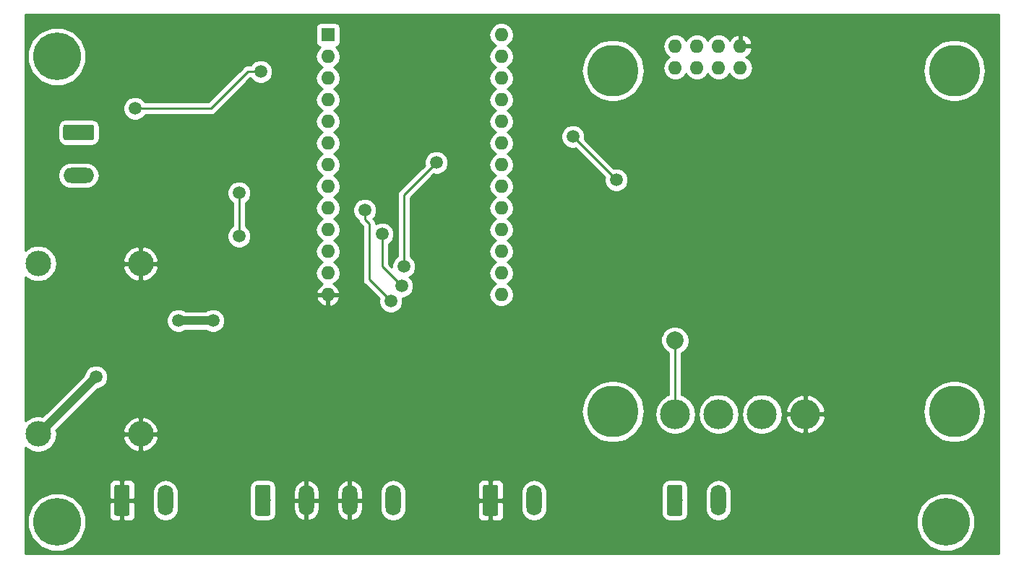
<source format=gbr>
G04 #@! TF.GenerationSoftware,KiCad,Pcbnew,5.0.2+dfsg1-1*
G04 #@! TF.CreationDate,2019-02-11T07:24:08+11:00*
G04 #@! TF.ProjectId,swinggate,7377696e-6767-4617-9465-2e6b69636164,rev?*
G04 #@! TF.SameCoordinates,Original*
G04 #@! TF.FileFunction,Copper,L2,Bot*
G04 #@! TF.FilePolarity,Positive*
%FSLAX46Y46*%
G04 Gerber Fmt 4.6, Leading zero omitted, Abs format (unit mm)*
G04 Created by KiCad (PCBNEW 5.0.2+dfsg1-1) date Mon 11 Feb 2019 07:24:08 AEDT*
%MOMM*%
%LPD*%
G01*
G04 APERTURE LIST*
G04 #@! TA.AperFunction,ComponentPad*
%ADD10O,6.000000X6.000000*%
G04 #@! TD*
G04 #@! TA.AperFunction,ComponentPad*
%ADD11O,3.500000X3.500000*%
G04 #@! TD*
G04 #@! TA.AperFunction,ComponentPad*
%ADD12O,1.600000X1.600000*%
G04 #@! TD*
G04 #@! TA.AperFunction,ComponentPad*
%ADD13C,5.600000*%
G04 #@! TD*
G04 #@! TA.AperFunction,ComponentPad*
%ADD14O,1.800000X3.600000*%
G04 #@! TD*
G04 #@! TA.AperFunction,Conductor*
%ADD15C,0.100000*%
G04 #@! TD*
G04 #@! TA.AperFunction,ComponentPad*
%ADD16C,1.800000*%
G04 #@! TD*
G04 #@! TA.AperFunction,ComponentPad*
%ADD17O,3.600000X1.800000*%
G04 #@! TD*
G04 #@! TA.AperFunction,ComponentPad*
%ADD18O,3.000000X3.000000*%
G04 #@! TD*
G04 #@! TA.AperFunction,ComponentPad*
%ADD19R,1.600000X1.600000*%
G04 #@! TD*
G04 #@! TA.AperFunction,ViaPad*
%ADD20C,2.000000*%
G04 #@! TD*
G04 #@! TA.AperFunction,ViaPad*
%ADD21C,1.500000*%
G04 #@! TD*
G04 #@! TA.AperFunction,Conductor*
%ADD22C,0.250000*%
G04 #@! TD*
G04 #@! TA.AperFunction,Conductor*
%ADD23C,2.000000*%
G04 #@! TD*
G04 #@! TA.AperFunction,Conductor*
%ADD24C,1.000000*%
G04 #@! TD*
G04 #@! TA.AperFunction,Conductor*
%ADD25C,0.254000*%
G04 #@! TD*
G04 APERTURE END LIST*
D10*
G04 #@! TO.P,U3,16*
G04 #@! TO.N,Net-(U3-Pad16)*
X143890001Y-66420001D03*
G04 #@! TO.P,U3,15*
G04 #@! TO.N,Net-(U3-Pad15)*
X183890001Y-66420001D03*
G04 #@! TO.P,U3,14*
G04 #@! TO.N,Net-(U3-Pad14)*
X183890001Y-106420001D03*
G04 #@! TO.P,U3,13*
G04 #@! TO.N,Net-(U3-Pad13)*
X143890001Y-106420001D03*
D11*
G04 #@! TO.P,U3,12*
G04 #@! TO.N,GND*
X166430001Y-106740001D03*
G04 #@! TO.P,U3,11*
G04 #@! TO.N,+12V*
X161350001Y-106740001D03*
G04 #@! TO.P,U3,10*
G04 #@! TO.N,/MR*
X156270001Y-106740001D03*
G04 #@! TO.P,U3,9*
G04 #@! TO.N,/ML*
X151190001Y-106740001D03*
D12*
G04 #@! TO.P,U3,8*
G04 #@! TO.N,GND*
X158810001Y-63560001D03*
G04 #@! TO.P,U3,7*
G04 #@! TO.N,+3V3*
X158810001Y-66100001D03*
G04 #@! TO.P,U3,6*
G04 #@! TO.N,/IM_L*
X156270001Y-63560001D03*
G04 #@! TO.P,U3,5*
G04 #@! TO.N,/IM_R*
X156270001Y-66100001D03*
G04 #@! TO.P,U3,4*
G04 #@! TO.N,/PWM_L*
X153730001Y-63560001D03*
G04 #@! TO.P,U3,3*
G04 #@! TO.N,/PWM_R*
X153730001Y-66100001D03*
G04 #@! TO.P,U3,2*
G04 #@! TO.N,/DRN_L*
X151190001Y-63560001D03*
G04 #@! TO.P,U3,1*
G04 #@! TO.N,/DRN_R*
X151190001Y-66100001D03*
G04 #@! TD*
D13*
G04 #@! TO.P,H1,1*
G04 #@! TO.N,N/C*
X78740000Y-64770000D03*
G04 #@! TD*
G04 #@! TO.P,H2,1*
G04 #@! TO.N,N/C*
X78740000Y-119380000D03*
G04 #@! TD*
G04 #@! TO.P,H3,1*
G04 #@! TO.N,N/C*
X182880000Y-119380000D03*
G04 #@! TD*
D14*
G04 #@! TO.P,J1,2*
G04 #@! TO.N,+12V*
X134620000Y-116840000D03*
D15*
G04 #@! TD*
G04 #@! TO.N,GND*
G04 #@! TO.C,J1*
G36*
X130214504Y-115041204D02*
X130238773Y-115044804D01*
X130262571Y-115050765D01*
X130285671Y-115059030D01*
X130307849Y-115069520D01*
X130328893Y-115082133D01*
X130348598Y-115096747D01*
X130366777Y-115113223D01*
X130383253Y-115131402D01*
X130397867Y-115151107D01*
X130410480Y-115172151D01*
X130420970Y-115194329D01*
X130429235Y-115217429D01*
X130435196Y-115241227D01*
X130438796Y-115265496D01*
X130440000Y-115290000D01*
X130440000Y-118390000D01*
X130438796Y-118414504D01*
X130435196Y-118438773D01*
X130429235Y-118462571D01*
X130420970Y-118485671D01*
X130410480Y-118507849D01*
X130397867Y-118528893D01*
X130383253Y-118548598D01*
X130366777Y-118566777D01*
X130348598Y-118583253D01*
X130328893Y-118597867D01*
X130307849Y-118610480D01*
X130285671Y-118620970D01*
X130262571Y-118629235D01*
X130238773Y-118635196D01*
X130214504Y-118638796D01*
X130190000Y-118640000D01*
X128890000Y-118640000D01*
X128865496Y-118638796D01*
X128841227Y-118635196D01*
X128817429Y-118629235D01*
X128794329Y-118620970D01*
X128772151Y-118610480D01*
X128751107Y-118597867D01*
X128731402Y-118583253D01*
X128713223Y-118566777D01*
X128696747Y-118548598D01*
X128682133Y-118528893D01*
X128669520Y-118507849D01*
X128659030Y-118485671D01*
X128650765Y-118462571D01*
X128644804Y-118438773D01*
X128641204Y-118414504D01*
X128640000Y-118390000D01*
X128640000Y-115290000D01*
X128641204Y-115265496D01*
X128644804Y-115241227D01*
X128650765Y-115217429D01*
X128659030Y-115194329D01*
X128669520Y-115172151D01*
X128682133Y-115151107D01*
X128696747Y-115131402D01*
X128713223Y-115113223D01*
X128731402Y-115096747D01*
X128751107Y-115082133D01*
X128772151Y-115069520D01*
X128794329Y-115059030D01*
X128817429Y-115050765D01*
X128841227Y-115044804D01*
X128865496Y-115041204D01*
X128890000Y-115040000D01*
X130190000Y-115040000D01*
X130214504Y-115041204D01*
X130214504Y-115041204D01*
G37*
D16*
G04 #@! TO.P,J1,1*
G04 #@! TO.N,GND*
X129540000Y-116840000D03*
G04 #@! TD*
D14*
G04 #@! TO.P,J3,2*
G04 #@! TO.N,Net-(J3-Pad2)*
X91440000Y-116840000D03*
D15*
G04 #@! TD*
G04 #@! TO.N,GND*
G04 #@! TO.C,J3*
G36*
X87034504Y-115041204D02*
X87058773Y-115044804D01*
X87082571Y-115050765D01*
X87105671Y-115059030D01*
X87127849Y-115069520D01*
X87148893Y-115082133D01*
X87168598Y-115096747D01*
X87186777Y-115113223D01*
X87203253Y-115131402D01*
X87217867Y-115151107D01*
X87230480Y-115172151D01*
X87240970Y-115194329D01*
X87249235Y-115217429D01*
X87255196Y-115241227D01*
X87258796Y-115265496D01*
X87260000Y-115290000D01*
X87260000Y-118390000D01*
X87258796Y-118414504D01*
X87255196Y-118438773D01*
X87249235Y-118462571D01*
X87240970Y-118485671D01*
X87230480Y-118507849D01*
X87217867Y-118528893D01*
X87203253Y-118548598D01*
X87186777Y-118566777D01*
X87168598Y-118583253D01*
X87148893Y-118597867D01*
X87127849Y-118610480D01*
X87105671Y-118620970D01*
X87082571Y-118629235D01*
X87058773Y-118635196D01*
X87034504Y-118638796D01*
X87010000Y-118640000D01*
X85710000Y-118640000D01*
X85685496Y-118638796D01*
X85661227Y-118635196D01*
X85637429Y-118629235D01*
X85614329Y-118620970D01*
X85592151Y-118610480D01*
X85571107Y-118597867D01*
X85551402Y-118583253D01*
X85533223Y-118566777D01*
X85516747Y-118548598D01*
X85502133Y-118528893D01*
X85489520Y-118507849D01*
X85479030Y-118485671D01*
X85470765Y-118462571D01*
X85464804Y-118438773D01*
X85461204Y-118414504D01*
X85460000Y-118390000D01*
X85460000Y-115290000D01*
X85461204Y-115265496D01*
X85464804Y-115241227D01*
X85470765Y-115217429D01*
X85479030Y-115194329D01*
X85489520Y-115172151D01*
X85502133Y-115151107D01*
X85516747Y-115131402D01*
X85533223Y-115113223D01*
X85551402Y-115096747D01*
X85571107Y-115082133D01*
X85592151Y-115069520D01*
X85614329Y-115059030D01*
X85637429Y-115050765D01*
X85661227Y-115044804D01*
X85685496Y-115041204D01*
X85710000Y-115040000D01*
X87010000Y-115040000D01*
X87034504Y-115041204D01*
X87034504Y-115041204D01*
G37*
D16*
G04 #@! TO.P,J3,1*
G04 #@! TO.N,GND*
X86360000Y-116840000D03*
G04 #@! TD*
D17*
G04 #@! TO.P,J4,2*
G04 #@! TO.N,/UNLOCK_N*
X81280000Y-78740000D03*
D15*
G04 #@! TD*
G04 #@! TO.N,+12V*
G04 #@! TO.C,J4*
G36*
X82854504Y-72761204D02*
X82878773Y-72764804D01*
X82902571Y-72770765D01*
X82925671Y-72779030D01*
X82947849Y-72789520D01*
X82968893Y-72802133D01*
X82988598Y-72816747D01*
X83006777Y-72833223D01*
X83023253Y-72851402D01*
X83037867Y-72871107D01*
X83050480Y-72892151D01*
X83060970Y-72914329D01*
X83069235Y-72937429D01*
X83075196Y-72961227D01*
X83078796Y-72985496D01*
X83080000Y-73010000D01*
X83080000Y-74310000D01*
X83078796Y-74334504D01*
X83075196Y-74358773D01*
X83069235Y-74382571D01*
X83060970Y-74405671D01*
X83050480Y-74427849D01*
X83037867Y-74448893D01*
X83023253Y-74468598D01*
X83006777Y-74486777D01*
X82988598Y-74503253D01*
X82968893Y-74517867D01*
X82947849Y-74530480D01*
X82925671Y-74540970D01*
X82902571Y-74549235D01*
X82878773Y-74555196D01*
X82854504Y-74558796D01*
X82830000Y-74560000D01*
X79730000Y-74560000D01*
X79705496Y-74558796D01*
X79681227Y-74555196D01*
X79657429Y-74549235D01*
X79634329Y-74540970D01*
X79612151Y-74530480D01*
X79591107Y-74517867D01*
X79571402Y-74503253D01*
X79553223Y-74486777D01*
X79536747Y-74468598D01*
X79522133Y-74448893D01*
X79509520Y-74427849D01*
X79499030Y-74405671D01*
X79490765Y-74382571D01*
X79484804Y-74358773D01*
X79481204Y-74334504D01*
X79480000Y-74310000D01*
X79480000Y-73010000D01*
X79481204Y-72985496D01*
X79484804Y-72961227D01*
X79490765Y-72937429D01*
X79499030Y-72914329D01*
X79509520Y-72892151D01*
X79522133Y-72871107D01*
X79536747Y-72851402D01*
X79553223Y-72833223D01*
X79571402Y-72816747D01*
X79591107Y-72802133D01*
X79612151Y-72789520D01*
X79634329Y-72779030D01*
X79657429Y-72770765D01*
X79681227Y-72764804D01*
X79705496Y-72761204D01*
X79730000Y-72760000D01*
X82830000Y-72760000D01*
X82854504Y-72761204D01*
X82854504Y-72761204D01*
G37*
D16*
G04 #@! TO.P,J4,1*
G04 #@! TO.N,+12V*
X81280000Y-73660000D03*
G04 #@! TD*
D14*
G04 #@! TO.P,J5,2*
G04 #@! TO.N,/MR*
X156210000Y-116840000D03*
D15*
G04 #@! TD*
G04 #@! TO.N,/ML*
G04 #@! TO.C,J5*
G36*
X151804504Y-115041204D02*
X151828773Y-115044804D01*
X151852571Y-115050765D01*
X151875671Y-115059030D01*
X151897849Y-115069520D01*
X151918893Y-115082133D01*
X151938598Y-115096747D01*
X151956777Y-115113223D01*
X151973253Y-115131402D01*
X151987867Y-115151107D01*
X152000480Y-115172151D01*
X152010970Y-115194329D01*
X152019235Y-115217429D01*
X152025196Y-115241227D01*
X152028796Y-115265496D01*
X152030000Y-115290000D01*
X152030000Y-118390000D01*
X152028796Y-118414504D01*
X152025196Y-118438773D01*
X152019235Y-118462571D01*
X152010970Y-118485671D01*
X152000480Y-118507849D01*
X151987867Y-118528893D01*
X151973253Y-118548598D01*
X151956777Y-118566777D01*
X151938598Y-118583253D01*
X151918893Y-118597867D01*
X151897849Y-118610480D01*
X151875671Y-118620970D01*
X151852571Y-118629235D01*
X151828773Y-118635196D01*
X151804504Y-118638796D01*
X151780000Y-118640000D01*
X150480000Y-118640000D01*
X150455496Y-118638796D01*
X150431227Y-118635196D01*
X150407429Y-118629235D01*
X150384329Y-118620970D01*
X150362151Y-118610480D01*
X150341107Y-118597867D01*
X150321402Y-118583253D01*
X150303223Y-118566777D01*
X150286747Y-118548598D01*
X150272133Y-118528893D01*
X150259520Y-118507849D01*
X150249030Y-118485671D01*
X150240765Y-118462571D01*
X150234804Y-118438773D01*
X150231204Y-118414504D01*
X150230000Y-118390000D01*
X150230000Y-115290000D01*
X150231204Y-115265496D01*
X150234804Y-115241227D01*
X150240765Y-115217429D01*
X150249030Y-115194329D01*
X150259520Y-115172151D01*
X150272133Y-115151107D01*
X150286747Y-115131402D01*
X150303223Y-115113223D01*
X150321402Y-115096747D01*
X150341107Y-115082133D01*
X150362151Y-115069520D01*
X150384329Y-115059030D01*
X150407429Y-115050765D01*
X150431227Y-115044804D01*
X150455496Y-115041204D01*
X150480000Y-115040000D01*
X151780000Y-115040000D01*
X151804504Y-115041204D01*
X151804504Y-115041204D01*
G37*
D16*
G04 #@! TO.P,J5,1*
G04 #@! TO.N,/ML*
X151130000Y-116840000D03*
G04 #@! TD*
D18*
G04 #@! TO.P,U1,4*
G04 #@! TO.N,GND*
X88550000Y-89060000D03*
G04 #@! TO.P,U1,3*
X88550000Y-109060000D03*
G04 #@! TO.P,U1,2*
G04 #@! TO.N,+3V3*
X76550000Y-109060000D03*
G04 #@! TO.P,U1,1*
G04 #@! TO.N,+12V*
X76550000Y-89060000D03*
G04 #@! TD*
D12*
G04 #@! TO.P,U2,26*
G04 #@! TO.N,Net-(U2-Pad26)*
X130810000Y-62230000D03*
G04 #@! TO.P,U2,25*
G04 #@! TO.N,Net-(U2-Pad25)*
X130810000Y-64770000D03*
G04 #@! TO.P,U2,24*
G04 #@! TO.N,Net-(U2-Pad24)*
X130810000Y-67310000D03*
G04 #@! TO.P,U2,12*
G04 #@! TO.N,Net-(U2-Pad12)*
X110490000Y-90170000D03*
G04 #@! TO.P,U2,23*
G04 #@! TO.N,Net-(U2-Pad23)*
X130810000Y-69850000D03*
G04 #@! TO.P,U2,11*
G04 #@! TO.N,+3V3*
X110490000Y-87630000D03*
G04 #@! TO.P,U2,22*
G04 #@! TO.N,/UNLOCK*
X130810000Y-72390000D03*
G04 #@! TO.P,U2,10*
G04 #@! TO.N,Net-(U2-Pad10)*
X110490000Y-85090000D03*
G04 #@! TO.P,U2,21*
G04 #@! TO.N,Net-(U2-Pad21)*
X130810000Y-74930000D03*
G04 #@! TO.P,U2,9*
G04 #@! TO.N,Net-(U2-Pad9)*
X110490000Y-82550000D03*
G04 #@! TO.P,U2,20*
G04 #@! TO.N,/START_N_FB*
X130810000Y-77470000D03*
G04 #@! TO.P,U2,8*
G04 #@! TO.N,/MR_BEMF_FB*
X110490000Y-80010000D03*
G04 #@! TO.P,U2,19*
G04 #@! TO.N,/DRN_L*
X130810000Y-80010000D03*
G04 #@! TO.P,U2,7*
G04 #@! TO.N,/ML_BEMF_FB*
X110490000Y-77470000D03*
G04 #@! TO.P,U2,18*
G04 #@! TO.N,/PWM_L*
X130810000Y-82550000D03*
G04 #@! TO.P,U2,6*
G04 #@! TO.N,/IM_FB_R*
X110490000Y-74930000D03*
G04 #@! TO.P,U2,17*
G04 #@! TO.N,/DRN_R*
X130810000Y-85090000D03*
G04 #@! TO.P,U2,5*
G04 #@! TO.N,/IM_FB_L*
X110490000Y-72390000D03*
G04 #@! TO.P,U2,16*
G04 #@! TO.N,/PWM_R*
X130810000Y-87630000D03*
G04 #@! TO.P,U2,4*
G04 #@! TO.N,/BATTV_FB*
X110490000Y-69850000D03*
G04 #@! TO.P,U2,15*
G04 #@! TO.N,Net-(U2-Pad15)*
X130810000Y-90170000D03*
G04 #@! TO.P,U2,3*
G04 #@! TO.N,/AUTOCLOSE*
X110490000Y-67310000D03*
G04 #@! TO.P,U2,14*
G04 #@! TO.N,Net-(U2-Pad14)*
X130810000Y-92710000D03*
G04 #@! TO.P,U2,2*
G04 #@! TO.N,Net-(U2-Pad2)*
X110490000Y-64770000D03*
G04 #@! TO.P,U2,13*
G04 #@! TO.N,GND*
X110490000Y-92710000D03*
D19*
G04 #@! TO.P,U2,1*
G04 #@! TO.N,Net-(U2-Pad1)*
X110490000Y-62230000D03*
G04 #@! TD*
D14*
G04 #@! TO.P,J2,4*
G04 #@! TO.N,+12V*
X118110000Y-116840000D03*
G04 #@! TO.P,J2,3*
G04 #@! TO.N,GND*
X113030000Y-116840000D03*
G04 #@! TO.P,J2,2*
X107950000Y-116840000D03*
D15*
G04 #@! TD*
G04 #@! TO.N,/START_N*
G04 #@! TO.C,J2*
G36*
X103544504Y-115041204D02*
X103568773Y-115044804D01*
X103592571Y-115050765D01*
X103615671Y-115059030D01*
X103637849Y-115069520D01*
X103658893Y-115082133D01*
X103678598Y-115096747D01*
X103696777Y-115113223D01*
X103713253Y-115131402D01*
X103727867Y-115151107D01*
X103740480Y-115172151D01*
X103750970Y-115194329D01*
X103759235Y-115217429D01*
X103765196Y-115241227D01*
X103768796Y-115265496D01*
X103770000Y-115290000D01*
X103770000Y-118390000D01*
X103768796Y-118414504D01*
X103765196Y-118438773D01*
X103759235Y-118462571D01*
X103750970Y-118485671D01*
X103740480Y-118507849D01*
X103727867Y-118528893D01*
X103713253Y-118548598D01*
X103696777Y-118566777D01*
X103678598Y-118583253D01*
X103658893Y-118597867D01*
X103637849Y-118610480D01*
X103615671Y-118620970D01*
X103592571Y-118629235D01*
X103568773Y-118635196D01*
X103544504Y-118638796D01*
X103520000Y-118640000D01*
X102220000Y-118640000D01*
X102195496Y-118638796D01*
X102171227Y-118635196D01*
X102147429Y-118629235D01*
X102124329Y-118620970D01*
X102102151Y-118610480D01*
X102081107Y-118597867D01*
X102061402Y-118583253D01*
X102043223Y-118566777D01*
X102026747Y-118548598D01*
X102012133Y-118528893D01*
X101999520Y-118507849D01*
X101989030Y-118485671D01*
X101980765Y-118462571D01*
X101974804Y-118438773D01*
X101971204Y-118414504D01*
X101970000Y-118390000D01*
X101970000Y-115290000D01*
X101971204Y-115265496D01*
X101974804Y-115241227D01*
X101980765Y-115217429D01*
X101989030Y-115194329D01*
X101999520Y-115172151D01*
X102012133Y-115151107D01*
X102026747Y-115131402D01*
X102043223Y-115113223D01*
X102061402Y-115096747D01*
X102081107Y-115082133D01*
X102102151Y-115069520D01*
X102124329Y-115059030D01*
X102147429Y-115050765D01*
X102171227Y-115044804D01*
X102195496Y-115041204D01*
X102220000Y-115040000D01*
X103520000Y-115040000D01*
X103544504Y-115041204D01*
X103544504Y-115041204D01*
G37*
D16*
G04 #@! TO.P,J2,1*
G04 #@! TO.N,/START_N*
X102870000Y-116840000D03*
G04 #@! TD*
D20*
G04 #@! TO.N,GND*
X105410000Y-71374000D03*
X103321000Y-71374000D03*
X102051000Y-72644000D03*
X100781000Y-73914000D03*
X166116000Y-70612000D03*
X166116000Y-68834000D03*
X118872000Y-68580000D03*
X115062000Y-74676000D03*
X122682000Y-83820000D03*
X103632000Y-96774000D03*
X122174000Y-109220000D03*
X122174000Y-105410000D03*
X125222000Y-95758000D03*
D21*
G04 #@! TO.N,/START_N_FB*
X119380000Y-89408000D03*
X123190000Y-77216000D03*
G04 #@! TO.N,/ML_BEMF_FB*
X119126000Y-91694000D03*
X116840000Y-85598000D03*
G04 #@! TO.N,/MR_BEMF_FB*
X117856000Y-93472000D03*
X114808000Y-82804000D03*
D20*
G04 #@! TO.N,/ML*
X151130000Y-98044000D03*
D21*
G04 #@! TO.N,/UNLOCK*
X87884000Y-70866000D03*
X102616000Y-66548000D03*
G04 #@! TO.N,/AUTOCLOSE*
X100076000Y-80772000D03*
X100076000Y-85852000D03*
G04 #@! TO.N,/IM_R*
X144272000Y-79248000D03*
X139192000Y-74168000D03*
G04 #@! TO.N,+3V3*
X83312000Y-102362000D03*
X92964000Y-95758000D03*
X97028000Y-95758000D03*
G04 #@! TD*
D22*
G04 #@! TO.N,/START_N_FB*
X123190000Y-77216000D02*
X119380000Y-81026000D01*
X119380000Y-81026000D02*
X119380000Y-89408000D01*
X119380000Y-89408000D02*
X119380000Y-89662000D01*
G04 #@! TO.N,/ML_BEMF_FB*
X116840000Y-85598000D02*
X116840000Y-89408000D01*
X116840000Y-89408000D02*
X119126000Y-91694000D01*
X119126000Y-91694000D02*
X119380000Y-91694000D01*
X119126000Y-91694000D02*
X119126000Y-91694000D01*
G04 #@! TO.N,/MR_BEMF_FB*
X115316000Y-90932000D02*
X117856000Y-93472000D01*
X114808000Y-82804000D02*
X114808000Y-83864660D01*
X115316000Y-84372660D02*
X115316000Y-90932000D01*
X114808000Y-83864660D02*
X115316000Y-84372660D01*
D23*
G04 #@! TO.N,/ML*
X151190001Y-98104001D02*
X151130000Y-98044000D01*
D22*
X151190001Y-106740001D02*
X151190001Y-98104001D01*
G04 #@! TO.N,/UNLOCK*
X96774000Y-70866000D02*
X87884000Y-70866000D01*
X102616000Y-66548000D02*
X102616000Y-66548000D01*
X101092000Y-66548000D02*
X96774000Y-70866000D01*
X102616000Y-66548000D02*
X101092000Y-66548000D01*
G04 #@! TO.N,/AUTOCLOSE*
X100076000Y-85090000D02*
X100076000Y-80772000D01*
X100076000Y-80772000D02*
X100076000Y-80772000D01*
X100076000Y-85090000D02*
X100076000Y-85852000D01*
G04 #@! TO.N,/IM_R*
X144272000Y-79248000D02*
X139192000Y-74168000D01*
X139192000Y-74168000D02*
X139192000Y-74168000D01*
D24*
G04 #@! TO.N,+3V3*
X78049999Y-107560001D02*
X78113999Y-107560001D01*
X76550000Y-109060000D02*
X78049999Y-107560001D01*
X78113999Y-107560001D02*
X83312000Y-102362000D01*
X92964000Y-95758000D02*
X97028000Y-95758000D01*
G04 #@! TD*
D25*
G04 #@! TO.N,GND*
G36*
X189103000Y-123063000D02*
X75057000Y-123063000D01*
X75057000Y-118696736D01*
X75305000Y-118696736D01*
X75305000Y-120063264D01*
X75827947Y-121325771D01*
X76794229Y-122292053D01*
X78056736Y-122815000D01*
X79423264Y-122815000D01*
X80685771Y-122292053D01*
X81652053Y-121325771D01*
X82175000Y-120063264D01*
X82175000Y-118696736D01*
X81652053Y-117434229D01*
X81343574Y-117125750D01*
X84825000Y-117125750D01*
X84825000Y-118766310D01*
X84921673Y-118999699D01*
X85100302Y-119178327D01*
X85333691Y-119275000D01*
X86074250Y-119275000D01*
X86233000Y-119116250D01*
X86233000Y-116967000D01*
X86487000Y-116967000D01*
X86487000Y-119116250D01*
X86645750Y-119275000D01*
X87386309Y-119275000D01*
X87619698Y-119178327D01*
X87798327Y-118999699D01*
X87895000Y-118766310D01*
X87895000Y-117125750D01*
X87736250Y-116967000D01*
X86487000Y-116967000D01*
X86233000Y-116967000D01*
X84983750Y-116967000D01*
X84825000Y-117125750D01*
X81343574Y-117125750D01*
X80685771Y-116467947D01*
X79423264Y-115945000D01*
X78056736Y-115945000D01*
X76794229Y-116467947D01*
X75827947Y-117434229D01*
X75305000Y-118696736D01*
X75057000Y-118696736D01*
X75057000Y-114913690D01*
X84825000Y-114913690D01*
X84825000Y-116554250D01*
X84983750Y-116713000D01*
X86233000Y-116713000D01*
X86233000Y-114563750D01*
X86487000Y-114563750D01*
X86487000Y-116713000D01*
X87736250Y-116713000D01*
X87895000Y-116554250D01*
X87895000Y-115788819D01*
X89905000Y-115788819D01*
X89905001Y-117891182D01*
X89994063Y-118338927D01*
X90333328Y-118846673D01*
X90841074Y-119185938D01*
X91440000Y-119305072D01*
X92038927Y-119185938D01*
X92546673Y-118846673D01*
X92885938Y-118338927D01*
X92975000Y-117891182D01*
X92975000Y-115788818D01*
X92885938Y-115341073D01*
X92851813Y-115290000D01*
X101322560Y-115290000D01*
X101322560Y-118390000D01*
X101390874Y-118733435D01*
X101585414Y-119024586D01*
X101876565Y-119219126D01*
X102220000Y-119287440D01*
X103520000Y-119287440D01*
X103863435Y-119219126D01*
X104154586Y-119024586D01*
X104349126Y-118733435D01*
X104417440Y-118390000D01*
X104417440Y-116967000D01*
X106415000Y-116967000D01*
X106415000Y-117867000D01*
X106580446Y-118444752D01*
X106954394Y-118915212D01*
X107479914Y-119206756D01*
X107585260Y-119231036D01*
X107823000Y-119110378D01*
X107823000Y-116967000D01*
X108077000Y-116967000D01*
X108077000Y-119110378D01*
X108314740Y-119231036D01*
X108420086Y-119206756D01*
X108945606Y-118915212D01*
X109319554Y-118444752D01*
X109485000Y-117867000D01*
X109485000Y-116967000D01*
X111495000Y-116967000D01*
X111495000Y-117867000D01*
X111660446Y-118444752D01*
X112034394Y-118915212D01*
X112559914Y-119206756D01*
X112665260Y-119231036D01*
X112903000Y-119110378D01*
X112903000Y-116967000D01*
X113157000Y-116967000D01*
X113157000Y-119110378D01*
X113394740Y-119231036D01*
X113500086Y-119206756D01*
X114025606Y-118915212D01*
X114399554Y-118444752D01*
X114565000Y-117867000D01*
X114565000Y-116967000D01*
X113157000Y-116967000D01*
X112903000Y-116967000D01*
X111495000Y-116967000D01*
X109485000Y-116967000D01*
X108077000Y-116967000D01*
X107823000Y-116967000D01*
X106415000Y-116967000D01*
X104417440Y-116967000D01*
X104417440Y-115813000D01*
X106415000Y-115813000D01*
X106415000Y-116713000D01*
X107823000Y-116713000D01*
X107823000Y-114569622D01*
X108077000Y-114569622D01*
X108077000Y-116713000D01*
X109485000Y-116713000D01*
X109485000Y-115813000D01*
X111495000Y-115813000D01*
X111495000Y-116713000D01*
X112903000Y-116713000D01*
X112903000Y-114569622D01*
X113157000Y-114569622D01*
X113157000Y-116713000D01*
X114565000Y-116713000D01*
X114565000Y-115813000D01*
X114558076Y-115788819D01*
X116575000Y-115788819D01*
X116575001Y-117891182D01*
X116664063Y-118338927D01*
X117003328Y-118846673D01*
X117511074Y-119185938D01*
X118110000Y-119305072D01*
X118708927Y-119185938D01*
X119216673Y-118846673D01*
X119555938Y-118338927D01*
X119645000Y-117891182D01*
X119645000Y-117125750D01*
X128005000Y-117125750D01*
X128005000Y-118766310D01*
X128101673Y-118999699D01*
X128280302Y-119178327D01*
X128513691Y-119275000D01*
X129254250Y-119275000D01*
X129413000Y-119116250D01*
X129413000Y-116967000D01*
X129667000Y-116967000D01*
X129667000Y-119116250D01*
X129825750Y-119275000D01*
X130566309Y-119275000D01*
X130799698Y-119178327D01*
X130978327Y-118999699D01*
X131075000Y-118766310D01*
X131075000Y-117125750D01*
X130916250Y-116967000D01*
X129667000Y-116967000D01*
X129413000Y-116967000D01*
X128163750Y-116967000D01*
X128005000Y-117125750D01*
X119645000Y-117125750D01*
X119645000Y-115788818D01*
X119555938Y-115341073D01*
X119270370Y-114913690D01*
X128005000Y-114913690D01*
X128005000Y-116554250D01*
X128163750Y-116713000D01*
X129413000Y-116713000D01*
X129413000Y-114563750D01*
X129667000Y-114563750D01*
X129667000Y-116713000D01*
X130916250Y-116713000D01*
X131075000Y-116554250D01*
X131075000Y-115788819D01*
X133085000Y-115788819D01*
X133085001Y-117891182D01*
X133174063Y-118338927D01*
X133513328Y-118846673D01*
X134021074Y-119185938D01*
X134620000Y-119305072D01*
X135218927Y-119185938D01*
X135726673Y-118846673D01*
X136065938Y-118338927D01*
X136155000Y-117891182D01*
X136155000Y-115788818D01*
X136065938Y-115341073D01*
X136031813Y-115290000D01*
X149582560Y-115290000D01*
X149582560Y-118390000D01*
X149650874Y-118733435D01*
X149845414Y-119024586D01*
X150136565Y-119219126D01*
X150480000Y-119287440D01*
X151780000Y-119287440D01*
X152123435Y-119219126D01*
X152414586Y-119024586D01*
X152609126Y-118733435D01*
X152677440Y-118390000D01*
X152677440Y-115788819D01*
X154675000Y-115788819D01*
X154675001Y-117891182D01*
X154764063Y-118338927D01*
X155103328Y-118846673D01*
X155611074Y-119185938D01*
X156210000Y-119305072D01*
X156808927Y-119185938D01*
X157316673Y-118846673D01*
X157416857Y-118696736D01*
X179445000Y-118696736D01*
X179445000Y-120063264D01*
X179967947Y-121325771D01*
X180934229Y-122292053D01*
X182196736Y-122815000D01*
X183563264Y-122815000D01*
X184825771Y-122292053D01*
X185792053Y-121325771D01*
X186315000Y-120063264D01*
X186315000Y-118696736D01*
X185792053Y-117434229D01*
X184825771Y-116467947D01*
X183563264Y-115945000D01*
X182196736Y-115945000D01*
X180934229Y-116467947D01*
X179967947Y-117434229D01*
X179445000Y-118696736D01*
X157416857Y-118696736D01*
X157655938Y-118338927D01*
X157745000Y-117891182D01*
X157745000Y-115788818D01*
X157655938Y-115341073D01*
X157316673Y-114833327D01*
X156808926Y-114494062D01*
X156210000Y-114374928D01*
X155611073Y-114494062D01*
X155103327Y-114833327D01*
X154764062Y-115341074D01*
X154675000Y-115788819D01*
X152677440Y-115788819D01*
X152677440Y-115290000D01*
X152609126Y-114946565D01*
X152414586Y-114655414D01*
X152123435Y-114460874D01*
X151780000Y-114392560D01*
X150480000Y-114392560D01*
X150136565Y-114460874D01*
X149845414Y-114655414D01*
X149650874Y-114946565D01*
X149582560Y-115290000D01*
X136031813Y-115290000D01*
X135726673Y-114833327D01*
X135218926Y-114494062D01*
X134620000Y-114374928D01*
X134021073Y-114494062D01*
X133513327Y-114833327D01*
X133174062Y-115341074D01*
X133085000Y-115788819D01*
X131075000Y-115788819D01*
X131075000Y-114913690D01*
X130978327Y-114680301D01*
X130799698Y-114501673D01*
X130566309Y-114405000D01*
X129825750Y-114405000D01*
X129667000Y-114563750D01*
X129413000Y-114563750D01*
X129254250Y-114405000D01*
X128513691Y-114405000D01*
X128280302Y-114501673D01*
X128101673Y-114680301D01*
X128005000Y-114913690D01*
X119270370Y-114913690D01*
X119216673Y-114833327D01*
X118708926Y-114494062D01*
X118110000Y-114374928D01*
X117511073Y-114494062D01*
X117003327Y-114833327D01*
X116664062Y-115341074D01*
X116575000Y-115788819D01*
X114558076Y-115788819D01*
X114399554Y-115235248D01*
X114025606Y-114764788D01*
X113500086Y-114473244D01*
X113394740Y-114448964D01*
X113157000Y-114569622D01*
X112903000Y-114569622D01*
X112665260Y-114448964D01*
X112559914Y-114473244D01*
X112034394Y-114764788D01*
X111660446Y-115235248D01*
X111495000Y-115813000D01*
X109485000Y-115813000D01*
X109319554Y-115235248D01*
X108945606Y-114764788D01*
X108420086Y-114473244D01*
X108314740Y-114448964D01*
X108077000Y-114569622D01*
X107823000Y-114569622D01*
X107585260Y-114448964D01*
X107479914Y-114473244D01*
X106954394Y-114764788D01*
X106580446Y-115235248D01*
X106415000Y-115813000D01*
X104417440Y-115813000D01*
X104417440Y-115290000D01*
X104349126Y-114946565D01*
X104154586Y-114655414D01*
X103863435Y-114460874D01*
X103520000Y-114392560D01*
X102220000Y-114392560D01*
X101876565Y-114460874D01*
X101585414Y-114655414D01*
X101390874Y-114946565D01*
X101322560Y-115290000D01*
X92851813Y-115290000D01*
X92546673Y-114833327D01*
X92038926Y-114494062D01*
X91440000Y-114374928D01*
X90841073Y-114494062D01*
X90333327Y-114833327D01*
X89994062Y-115341074D01*
X89905000Y-115788819D01*
X87895000Y-115788819D01*
X87895000Y-114913690D01*
X87798327Y-114680301D01*
X87619698Y-114501673D01*
X87386309Y-114405000D01*
X86645750Y-114405000D01*
X86487000Y-114563750D01*
X86233000Y-114563750D01*
X86074250Y-114405000D01*
X85333691Y-114405000D01*
X85100302Y-114501673D01*
X84921673Y-114680301D01*
X84825000Y-114913690D01*
X75057000Y-114913690D01*
X75057000Y-110630152D01*
X75716964Y-111071126D01*
X76339721Y-111195000D01*
X76760279Y-111195000D01*
X77383036Y-111071126D01*
X78089249Y-110599249D01*
X78561126Y-109893036D01*
X78635559Y-109518833D01*
X86464887Y-109518833D01*
X86751153Y-110209958D01*
X87328152Y-110810812D01*
X88091166Y-111145120D01*
X88423000Y-111032476D01*
X88423000Y-109187000D01*
X88677000Y-109187000D01*
X88677000Y-111032476D01*
X89008834Y-111145120D01*
X89771848Y-110810812D01*
X90348847Y-110209958D01*
X90635113Y-109518833D01*
X90522165Y-109187000D01*
X88677000Y-109187000D01*
X88423000Y-109187000D01*
X86577835Y-109187000D01*
X86464887Y-109518833D01*
X78635559Y-109518833D01*
X78726827Y-109060000D01*
X78635560Y-108601167D01*
X86464887Y-108601167D01*
X86577835Y-108933000D01*
X88423000Y-108933000D01*
X88423000Y-107087524D01*
X88677000Y-107087524D01*
X88677000Y-108933000D01*
X90522165Y-108933000D01*
X90635113Y-108601167D01*
X90348847Y-107910042D01*
X89771848Y-107309188D01*
X89008834Y-106974880D01*
X88677000Y-107087524D01*
X88423000Y-107087524D01*
X88091166Y-106974880D01*
X87328152Y-107309188D01*
X86751153Y-107910042D01*
X86464887Y-108601167D01*
X78635560Y-108601167D01*
X78631977Y-108583155D01*
X78644645Y-108570487D01*
X78932288Y-108378290D01*
X78995612Y-108283519D01*
X80859130Y-106420001D01*
X140183788Y-106420001D01*
X140465907Y-107838307D01*
X141269313Y-109040689D01*
X142471695Y-109844095D01*
X143531990Y-110055001D01*
X144248012Y-110055001D01*
X145308307Y-109844095D01*
X146510689Y-109040689D01*
X147314095Y-107838307D01*
X147532561Y-106740001D01*
X148758277Y-106740001D01*
X148943381Y-107670581D01*
X149470512Y-108459490D01*
X150259421Y-108986621D01*
X150955104Y-109125001D01*
X151424898Y-109125001D01*
X152120581Y-108986621D01*
X152909490Y-108459490D01*
X153436621Y-107670581D01*
X153621725Y-106740001D01*
X153838277Y-106740001D01*
X154023381Y-107670581D01*
X154550512Y-108459490D01*
X155339421Y-108986621D01*
X156035104Y-109125001D01*
X156504898Y-109125001D01*
X157200581Y-108986621D01*
X157989490Y-108459490D01*
X158516621Y-107670581D01*
X158701725Y-106740001D01*
X158918277Y-106740001D01*
X159103381Y-107670581D01*
X159630512Y-108459490D01*
X160419421Y-108986621D01*
X161115104Y-109125001D01*
X161584898Y-109125001D01*
X162280581Y-108986621D01*
X163069490Y-108459490D01*
X163596621Y-107670581D01*
X163682665Y-107238004D01*
X164097574Y-107238004D01*
X164428580Y-108037138D01*
X165077322Y-108704310D01*
X165931997Y-109072434D01*
X166303001Y-108962873D01*
X166303001Y-106867001D01*
X166557001Y-106867001D01*
X166557001Y-108962873D01*
X166928005Y-109072434D01*
X167782680Y-108704310D01*
X168431422Y-108037138D01*
X168762428Y-107238004D01*
X168652626Y-106867001D01*
X166557001Y-106867001D01*
X166303001Y-106867001D01*
X164207376Y-106867001D01*
X164097574Y-107238004D01*
X163682665Y-107238004D01*
X163781725Y-106740001D01*
X163682666Y-106241998D01*
X164097574Y-106241998D01*
X164207376Y-106613001D01*
X166303001Y-106613001D01*
X166303001Y-104517129D01*
X166557001Y-104517129D01*
X166557001Y-106613001D01*
X168652626Y-106613001D01*
X168709746Y-106420001D01*
X180183788Y-106420001D01*
X180465907Y-107838307D01*
X181269313Y-109040689D01*
X182471695Y-109844095D01*
X183531990Y-110055001D01*
X184248012Y-110055001D01*
X185308307Y-109844095D01*
X186510689Y-109040689D01*
X187314095Y-107838307D01*
X187596214Y-106420001D01*
X187314095Y-105001695D01*
X186510689Y-103799313D01*
X185308307Y-102995907D01*
X184248012Y-102785001D01*
X183531990Y-102785001D01*
X182471695Y-102995907D01*
X181269313Y-103799313D01*
X180465907Y-105001695D01*
X180183788Y-106420001D01*
X168709746Y-106420001D01*
X168762428Y-106241998D01*
X168431422Y-105442864D01*
X167782680Y-104775692D01*
X166928005Y-104407568D01*
X166557001Y-104517129D01*
X166303001Y-104517129D01*
X165931997Y-104407568D01*
X165077322Y-104775692D01*
X164428580Y-105442864D01*
X164097574Y-106241998D01*
X163682666Y-106241998D01*
X163596621Y-105809421D01*
X163069490Y-105020512D01*
X162280581Y-104493381D01*
X161584898Y-104355001D01*
X161115104Y-104355001D01*
X160419421Y-104493381D01*
X159630512Y-105020512D01*
X159103381Y-105809421D01*
X158918277Y-106740001D01*
X158701725Y-106740001D01*
X158516621Y-105809421D01*
X157989490Y-105020512D01*
X157200581Y-104493381D01*
X156504898Y-104355001D01*
X156035104Y-104355001D01*
X155339421Y-104493381D01*
X154550512Y-105020512D01*
X154023381Y-105809421D01*
X153838277Y-106740001D01*
X153621725Y-106740001D01*
X153436621Y-105809421D01*
X152909490Y-105020512D01*
X152120581Y-104493381D01*
X151950001Y-104459451D01*
X151950001Y-99562581D01*
X152368769Y-99282769D01*
X152730136Y-98741946D01*
X152857031Y-98104000D01*
X152730136Y-97466056D01*
X152546448Y-97191148D01*
X152516086Y-97117847D01*
X152056153Y-96657914D01*
X151904457Y-96595079D01*
X151767945Y-96503865D01*
X151606918Y-96471834D01*
X151455222Y-96409000D01*
X151291030Y-96409000D01*
X151130000Y-96376969D01*
X150968970Y-96409000D01*
X150804778Y-96409000D01*
X150653082Y-96471834D01*
X150492055Y-96503865D01*
X150355544Y-96595079D01*
X150203847Y-96657914D01*
X150087743Y-96774018D01*
X149951232Y-96865232D01*
X149860018Y-97001743D01*
X149743914Y-97117847D01*
X149681079Y-97269544D01*
X149589865Y-97406055D01*
X149557834Y-97567082D01*
X149495000Y-97718778D01*
X149495000Y-97882970D01*
X149462969Y-98044000D01*
X149495000Y-98205030D01*
X149495000Y-98369222D01*
X149557834Y-98520918D01*
X149589865Y-98681945D01*
X149681079Y-98818457D01*
X149743914Y-98970153D01*
X150203847Y-99430086D01*
X150277148Y-99460448D01*
X150430002Y-99562582D01*
X150430001Y-104459450D01*
X150259421Y-104493381D01*
X149470512Y-105020512D01*
X148943381Y-105809421D01*
X148758277Y-106740001D01*
X147532561Y-106740001D01*
X147596214Y-106420001D01*
X147314095Y-105001695D01*
X146510689Y-103799313D01*
X145308307Y-102995907D01*
X144248012Y-102785001D01*
X143531990Y-102785001D01*
X142471695Y-102995907D01*
X141269313Y-103799313D01*
X140465907Y-105001695D01*
X140183788Y-106420001D01*
X80859130Y-106420001D01*
X83532133Y-103747000D01*
X83587494Y-103747000D01*
X84096540Y-103536147D01*
X84486147Y-103146540D01*
X84697000Y-102637494D01*
X84697000Y-102086506D01*
X84486147Y-101577460D01*
X84096540Y-101187853D01*
X83587494Y-100977000D01*
X83036506Y-100977000D01*
X82527460Y-101187853D01*
X82137853Y-101577460D01*
X81927000Y-102086506D01*
X81927000Y-102141867D01*
X77519355Y-106549513D01*
X77231710Y-106741712D01*
X77168388Y-106836480D01*
X77026845Y-106978023D01*
X76760279Y-106925000D01*
X76339721Y-106925000D01*
X75716964Y-107048874D01*
X75057000Y-107489848D01*
X75057000Y-95482506D01*
X91579000Y-95482506D01*
X91579000Y-96033494D01*
X91789853Y-96542540D01*
X92179460Y-96932147D01*
X92688506Y-97143000D01*
X93239494Y-97143000D01*
X93748540Y-96932147D01*
X93787687Y-96893000D01*
X96204313Y-96893000D01*
X96243460Y-96932147D01*
X96752506Y-97143000D01*
X97303494Y-97143000D01*
X97812540Y-96932147D01*
X98202147Y-96542540D01*
X98413000Y-96033494D01*
X98413000Y-95482506D01*
X98202147Y-94973460D01*
X97812540Y-94583853D01*
X97303494Y-94373000D01*
X96752506Y-94373000D01*
X96243460Y-94583853D01*
X96204313Y-94623000D01*
X93787687Y-94623000D01*
X93748540Y-94583853D01*
X93239494Y-94373000D01*
X92688506Y-94373000D01*
X92179460Y-94583853D01*
X91789853Y-94973460D01*
X91579000Y-95482506D01*
X75057000Y-95482506D01*
X75057000Y-93059039D01*
X109098096Y-93059039D01*
X109258959Y-93447423D01*
X109634866Y-93862389D01*
X110140959Y-94101914D01*
X110363000Y-93980629D01*
X110363000Y-92837000D01*
X110617000Y-92837000D01*
X110617000Y-93980629D01*
X110839041Y-94101914D01*
X111345134Y-93862389D01*
X111721041Y-93447423D01*
X111881904Y-93059039D01*
X111759915Y-92837000D01*
X110617000Y-92837000D01*
X110363000Y-92837000D01*
X109220085Y-92837000D01*
X109098096Y-93059039D01*
X75057000Y-93059039D01*
X75057000Y-90630152D01*
X75716964Y-91071126D01*
X76339721Y-91195000D01*
X76760279Y-91195000D01*
X77383036Y-91071126D01*
X78089249Y-90599249D01*
X78561126Y-89893036D01*
X78635559Y-89518833D01*
X86464887Y-89518833D01*
X86751153Y-90209958D01*
X87328152Y-90810812D01*
X88091166Y-91145120D01*
X88423000Y-91032476D01*
X88423000Y-89187000D01*
X88677000Y-89187000D01*
X88677000Y-91032476D01*
X89008834Y-91145120D01*
X89771848Y-90810812D01*
X90348847Y-90209958D01*
X90635113Y-89518833D01*
X90522165Y-89187000D01*
X88677000Y-89187000D01*
X88423000Y-89187000D01*
X86577835Y-89187000D01*
X86464887Y-89518833D01*
X78635559Y-89518833D01*
X78726827Y-89060000D01*
X78635560Y-88601167D01*
X86464887Y-88601167D01*
X86577835Y-88933000D01*
X88423000Y-88933000D01*
X88423000Y-87087524D01*
X88677000Y-87087524D01*
X88677000Y-88933000D01*
X90522165Y-88933000D01*
X90635113Y-88601167D01*
X90348847Y-87910042D01*
X89771848Y-87309188D01*
X89008834Y-86974880D01*
X88677000Y-87087524D01*
X88423000Y-87087524D01*
X88091166Y-86974880D01*
X87328152Y-87309188D01*
X86751153Y-87910042D01*
X86464887Y-88601167D01*
X78635560Y-88601167D01*
X78561126Y-88226964D01*
X78089249Y-87520751D01*
X77383036Y-87048874D01*
X76760279Y-86925000D01*
X76339721Y-86925000D01*
X75716964Y-87048874D01*
X75057000Y-87489848D01*
X75057000Y-80496506D01*
X98691000Y-80496506D01*
X98691000Y-81047494D01*
X98901853Y-81556540D01*
X99291460Y-81946147D01*
X99316001Y-81956312D01*
X99316000Y-84667688D01*
X99291460Y-84677853D01*
X98901853Y-85067460D01*
X98691000Y-85576506D01*
X98691000Y-86127494D01*
X98901853Y-86636540D01*
X99291460Y-87026147D01*
X99800506Y-87237000D01*
X100351494Y-87237000D01*
X100860540Y-87026147D01*
X101250147Y-86636540D01*
X101461000Y-86127494D01*
X101461000Y-85576506D01*
X101250147Y-85067460D01*
X100860540Y-84677853D01*
X100836000Y-84667688D01*
X100836000Y-81956312D01*
X100860540Y-81946147D01*
X101250147Y-81556540D01*
X101461000Y-81047494D01*
X101461000Y-80496506D01*
X101250147Y-79987460D01*
X100860540Y-79597853D01*
X100351494Y-79387000D01*
X99800506Y-79387000D01*
X99291460Y-79597853D01*
X98901853Y-79987460D01*
X98691000Y-80496506D01*
X75057000Y-80496506D01*
X75057000Y-78740000D01*
X78814928Y-78740000D01*
X78934062Y-79338927D01*
X79273327Y-79846673D01*
X79781073Y-80185938D01*
X80228818Y-80275000D01*
X82331182Y-80275000D01*
X82778927Y-80185938D01*
X83286673Y-79846673D01*
X83625938Y-79338927D01*
X83745072Y-78740000D01*
X83625938Y-78141073D01*
X83286673Y-77633327D01*
X82778927Y-77294062D01*
X82331182Y-77205000D01*
X80228818Y-77205000D01*
X79781073Y-77294062D01*
X79273327Y-77633327D01*
X78934062Y-78141073D01*
X78814928Y-78740000D01*
X75057000Y-78740000D01*
X75057000Y-73010000D01*
X78832560Y-73010000D01*
X78832560Y-74310000D01*
X78900874Y-74653435D01*
X79095414Y-74944586D01*
X79386565Y-75139126D01*
X79730000Y-75207440D01*
X82830000Y-75207440D01*
X83173435Y-75139126D01*
X83464586Y-74944586D01*
X83659126Y-74653435D01*
X83727440Y-74310000D01*
X83727440Y-73010000D01*
X83659126Y-72666565D01*
X83464586Y-72375414D01*
X83173435Y-72180874D01*
X82830000Y-72112560D01*
X79730000Y-72112560D01*
X79386565Y-72180874D01*
X79095414Y-72375414D01*
X78900874Y-72666565D01*
X78832560Y-73010000D01*
X75057000Y-73010000D01*
X75057000Y-70590506D01*
X86499000Y-70590506D01*
X86499000Y-71141494D01*
X86709853Y-71650540D01*
X87099460Y-72040147D01*
X87608506Y-72251000D01*
X88159494Y-72251000D01*
X88668540Y-72040147D01*
X89058147Y-71650540D01*
X89068312Y-71626000D01*
X96699153Y-71626000D01*
X96774000Y-71640888D01*
X96848847Y-71626000D01*
X96848852Y-71626000D01*
X97070537Y-71581904D01*
X97321929Y-71413929D01*
X97364331Y-71350470D01*
X101406802Y-67308000D01*
X101431688Y-67308000D01*
X101441853Y-67332540D01*
X101831460Y-67722147D01*
X102340506Y-67933000D01*
X102891494Y-67933000D01*
X103400540Y-67722147D01*
X103790147Y-67332540D01*
X104001000Y-66823494D01*
X104001000Y-66272506D01*
X103790147Y-65763460D01*
X103400540Y-65373853D01*
X102891494Y-65163000D01*
X102340506Y-65163000D01*
X101831460Y-65373853D01*
X101441853Y-65763460D01*
X101431688Y-65788000D01*
X101166846Y-65788000D01*
X101091999Y-65773112D01*
X101017152Y-65788000D01*
X101017148Y-65788000D01*
X100795463Y-65832096D01*
X100544071Y-66000071D01*
X100501671Y-66063527D01*
X96459199Y-70106000D01*
X89068312Y-70106000D01*
X89058147Y-70081460D01*
X88668540Y-69691853D01*
X88159494Y-69481000D01*
X87608506Y-69481000D01*
X87099460Y-69691853D01*
X86709853Y-70081460D01*
X86499000Y-70590506D01*
X75057000Y-70590506D01*
X75057000Y-64086736D01*
X75305000Y-64086736D01*
X75305000Y-65453264D01*
X75827947Y-66715771D01*
X76794229Y-67682053D01*
X78056736Y-68205000D01*
X79423264Y-68205000D01*
X80685771Y-67682053D01*
X81652053Y-66715771D01*
X82175000Y-65453264D01*
X82175000Y-64770000D01*
X109026887Y-64770000D01*
X109138260Y-65329909D01*
X109455423Y-65804577D01*
X109807758Y-66040000D01*
X109455423Y-66275423D01*
X109138260Y-66750091D01*
X109026887Y-67310000D01*
X109138260Y-67869909D01*
X109455423Y-68344577D01*
X109807758Y-68580000D01*
X109455423Y-68815423D01*
X109138260Y-69290091D01*
X109026887Y-69850000D01*
X109138260Y-70409909D01*
X109455423Y-70884577D01*
X109807758Y-71120000D01*
X109455423Y-71355423D01*
X109138260Y-71830091D01*
X109026887Y-72390000D01*
X109138260Y-72949909D01*
X109455423Y-73424577D01*
X109807758Y-73660000D01*
X109455423Y-73895423D01*
X109138260Y-74370091D01*
X109026887Y-74930000D01*
X109138260Y-75489909D01*
X109455423Y-75964577D01*
X109807758Y-76200000D01*
X109455423Y-76435423D01*
X109138260Y-76910091D01*
X109026887Y-77470000D01*
X109138260Y-78029909D01*
X109455423Y-78504577D01*
X109807758Y-78740000D01*
X109455423Y-78975423D01*
X109138260Y-79450091D01*
X109026887Y-80010000D01*
X109138260Y-80569909D01*
X109455423Y-81044577D01*
X109807758Y-81280000D01*
X109455423Y-81515423D01*
X109138260Y-81990091D01*
X109026887Y-82550000D01*
X109138260Y-83109909D01*
X109455423Y-83584577D01*
X109807758Y-83820000D01*
X109455423Y-84055423D01*
X109138260Y-84530091D01*
X109026887Y-85090000D01*
X109138260Y-85649909D01*
X109455423Y-86124577D01*
X109807758Y-86360000D01*
X109455423Y-86595423D01*
X109138260Y-87070091D01*
X109026887Y-87630000D01*
X109138260Y-88189909D01*
X109455423Y-88664577D01*
X109807758Y-88900000D01*
X109455423Y-89135423D01*
X109138260Y-89610091D01*
X109026887Y-90170000D01*
X109138260Y-90729909D01*
X109455423Y-91204577D01*
X109839108Y-91460947D01*
X109634866Y-91557611D01*
X109258959Y-91972577D01*
X109098096Y-92360961D01*
X109220085Y-92583000D01*
X110363000Y-92583000D01*
X110363000Y-92563000D01*
X110617000Y-92563000D01*
X110617000Y-92583000D01*
X111759915Y-92583000D01*
X111881904Y-92360961D01*
X111721041Y-91972577D01*
X111345134Y-91557611D01*
X111140892Y-91460947D01*
X111524577Y-91204577D01*
X111841740Y-90729909D01*
X111953113Y-90170000D01*
X111841740Y-89610091D01*
X111524577Y-89135423D01*
X111172242Y-88900000D01*
X111524577Y-88664577D01*
X111841740Y-88189909D01*
X111953113Y-87630000D01*
X111841740Y-87070091D01*
X111524577Y-86595423D01*
X111172242Y-86360000D01*
X111524577Y-86124577D01*
X111841740Y-85649909D01*
X111953113Y-85090000D01*
X111841740Y-84530091D01*
X111524577Y-84055423D01*
X111172242Y-83820000D01*
X111524577Y-83584577D01*
X111841740Y-83109909D01*
X111953113Y-82550000D01*
X111948838Y-82528506D01*
X113423000Y-82528506D01*
X113423000Y-83079494D01*
X113633853Y-83588540D01*
X114023460Y-83978147D01*
X114058580Y-83992694D01*
X114092097Y-84161197D01*
X114183378Y-84297808D01*
X114260072Y-84412589D01*
X114323527Y-84454988D01*
X114556000Y-84687462D01*
X114556001Y-90857148D01*
X114541112Y-90932000D01*
X114556001Y-91006852D01*
X114600097Y-91228537D01*
X114768072Y-91479929D01*
X114831528Y-91522329D01*
X116481164Y-93171967D01*
X116471000Y-93196506D01*
X116471000Y-93747494D01*
X116681853Y-94256540D01*
X117071460Y-94646147D01*
X117580506Y-94857000D01*
X118131494Y-94857000D01*
X118640540Y-94646147D01*
X119030147Y-94256540D01*
X119241000Y-93747494D01*
X119241000Y-93196506D01*
X119192328Y-93079000D01*
X119401494Y-93079000D01*
X119910540Y-92868147D01*
X120300147Y-92478540D01*
X120511000Y-91969494D01*
X120511000Y-91418506D01*
X120300147Y-90909460D01*
X120028983Y-90638296D01*
X120164540Y-90582147D01*
X120554147Y-90192540D01*
X120765000Y-89683494D01*
X120765000Y-89132506D01*
X120554147Y-88623460D01*
X120164540Y-88233853D01*
X120140000Y-88223688D01*
X120140000Y-81340801D01*
X122889966Y-78590835D01*
X122914506Y-78601000D01*
X123465494Y-78601000D01*
X123974540Y-78390147D01*
X124364147Y-78000540D01*
X124575000Y-77491494D01*
X124575000Y-76940506D01*
X124364147Y-76431460D01*
X123974540Y-76041853D01*
X123465494Y-75831000D01*
X122914506Y-75831000D01*
X122405460Y-76041853D01*
X122015853Y-76431460D01*
X121805000Y-76940506D01*
X121805000Y-77491494D01*
X121815165Y-77516034D01*
X118895530Y-80435669D01*
X118832071Y-80478071D01*
X118664096Y-80729464D01*
X118620000Y-80951149D01*
X118620000Y-80951153D01*
X118605112Y-81026000D01*
X118620000Y-81100847D01*
X118620001Y-88223688D01*
X118595460Y-88233853D01*
X118205853Y-88623460D01*
X117995000Y-89132506D01*
X117995000Y-89488199D01*
X117600000Y-89093199D01*
X117600000Y-86782312D01*
X117624540Y-86772147D01*
X118014147Y-86382540D01*
X118225000Y-85873494D01*
X118225000Y-85322506D01*
X118014147Y-84813460D01*
X117624540Y-84423853D01*
X117115494Y-84213000D01*
X116564506Y-84213000D01*
X116082972Y-84412457D01*
X116090888Y-84372659D01*
X116076000Y-84297812D01*
X116076000Y-84297808D01*
X116031904Y-84076123D01*
X115990102Y-84013562D01*
X115906329Y-83888186D01*
X115906327Y-83888184D01*
X115863929Y-83824731D01*
X115800475Y-83782333D01*
X115794415Y-83776272D01*
X115982147Y-83588540D01*
X116193000Y-83079494D01*
X116193000Y-82528506D01*
X115982147Y-82019460D01*
X115592540Y-81629853D01*
X115083494Y-81419000D01*
X114532506Y-81419000D01*
X114023460Y-81629853D01*
X113633853Y-82019460D01*
X113423000Y-82528506D01*
X111948838Y-82528506D01*
X111841740Y-81990091D01*
X111524577Y-81515423D01*
X111172242Y-81280000D01*
X111524577Y-81044577D01*
X111841740Y-80569909D01*
X111953113Y-80010000D01*
X111841740Y-79450091D01*
X111524577Y-78975423D01*
X111172242Y-78740000D01*
X111524577Y-78504577D01*
X111841740Y-78029909D01*
X111953113Y-77470000D01*
X111841740Y-76910091D01*
X111524577Y-76435423D01*
X111172242Y-76200000D01*
X111524577Y-75964577D01*
X111841740Y-75489909D01*
X111953113Y-74930000D01*
X111841740Y-74370091D01*
X111524577Y-73895423D01*
X111172242Y-73660000D01*
X111524577Y-73424577D01*
X111841740Y-72949909D01*
X111953113Y-72390000D01*
X111841740Y-71830091D01*
X111524577Y-71355423D01*
X111172242Y-71120000D01*
X111524577Y-70884577D01*
X111841740Y-70409909D01*
X111953113Y-69850000D01*
X111841740Y-69290091D01*
X111524577Y-68815423D01*
X111172242Y-68580000D01*
X111524577Y-68344577D01*
X111841740Y-67869909D01*
X111953113Y-67310000D01*
X111841740Y-66750091D01*
X111524577Y-66275423D01*
X111172242Y-66040000D01*
X111524577Y-65804577D01*
X111841740Y-65329909D01*
X111953113Y-64770000D01*
X111841740Y-64210091D01*
X111524577Y-63735423D01*
X111403894Y-63654785D01*
X111537765Y-63628157D01*
X111747809Y-63487809D01*
X111888157Y-63277765D01*
X111937440Y-63030000D01*
X111937440Y-62230000D01*
X129346887Y-62230000D01*
X129458260Y-62789909D01*
X129775423Y-63264577D01*
X130127758Y-63500000D01*
X129775423Y-63735423D01*
X129458260Y-64210091D01*
X129346887Y-64770000D01*
X129458260Y-65329909D01*
X129775423Y-65804577D01*
X130127758Y-66040000D01*
X129775423Y-66275423D01*
X129458260Y-66750091D01*
X129346887Y-67310000D01*
X129458260Y-67869909D01*
X129775423Y-68344577D01*
X130127758Y-68580000D01*
X129775423Y-68815423D01*
X129458260Y-69290091D01*
X129346887Y-69850000D01*
X129458260Y-70409909D01*
X129775423Y-70884577D01*
X130127758Y-71120000D01*
X129775423Y-71355423D01*
X129458260Y-71830091D01*
X129346887Y-72390000D01*
X129458260Y-72949909D01*
X129775423Y-73424577D01*
X130127758Y-73660000D01*
X129775423Y-73895423D01*
X129458260Y-74370091D01*
X129346887Y-74930000D01*
X129458260Y-75489909D01*
X129775423Y-75964577D01*
X130127758Y-76200000D01*
X129775423Y-76435423D01*
X129458260Y-76910091D01*
X129346887Y-77470000D01*
X129458260Y-78029909D01*
X129775423Y-78504577D01*
X130127758Y-78740000D01*
X129775423Y-78975423D01*
X129458260Y-79450091D01*
X129346887Y-80010000D01*
X129458260Y-80569909D01*
X129775423Y-81044577D01*
X130127758Y-81280000D01*
X129775423Y-81515423D01*
X129458260Y-81990091D01*
X129346887Y-82550000D01*
X129458260Y-83109909D01*
X129775423Y-83584577D01*
X130127758Y-83820000D01*
X129775423Y-84055423D01*
X129458260Y-84530091D01*
X129346887Y-85090000D01*
X129458260Y-85649909D01*
X129775423Y-86124577D01*
X130127758Y-86360000D01*
X129775423Y-86595423D01*
X129458260Y-87070091D01*
X129346887Y-87630000D01*
X129458260Y-88189909D01*
X129775423Y-88664577D01*
X130127758Y-88900000D01*
X129775423Y-89135423D01*
X129458260Y-89610091D01*
X129346887Y-90170000D01*
X129458260Y-90729909D01*
X129775423Y-91204577D01*
X130127758Y-91440000D01*
X129775423Y-91675423D01*
X129458260Y-92150091D01*
X129346887Y-92710000D01*
X129458260Y-93269909D01*
X129775423Y-93744577D01*
X130250091Y-94061740D01*
X130668667Y-94145000D01*
X130951333Y-94145000D01*
X131369909Y-94061740D01*
X131844577Y-93744577D01*
X132161740Y-93269909D01*
X132273113Y-92710000D01*
X132161740Y-92150091D01*
X131844577Y-91675423D01*
X131492242Y-91440000D01*
X131844577Y-91204577D01*
X132161740Y-90729909D01*
X132273113Y-90170000D01*
X132161740Y-89610091D01*
X131844577Y-89135423D01*
X131492242Y-88900000D01*
X131844577Y-88664577D01*
X132161740Y-88189909D01*
X132273113Y-87630000D01*
X132161740Y-87070091D01*
X131844577Y-86595423D01*
X131492242Y-86360000D01*
X131844577Y-86124577D01*
X132161740Y-85649909D01*
X132273113Y-85090000D01*
X132161740Y-84530091D01*
X131844577Y-84055423D01*
X131492242Y-83820000D01*
X131844577Y-83584577D01*
X132161740Y-83109909D01*
X132273113Y-82550000D01*
X132161740Y-81990091D01*
X131844577Y-81515423D01*
X131492242Y-81280000D01*
X131844577Y-81044577D01*
X132161740Y-80569909D01*
X132273113Y-80010000D01*
X132161740Y-79450091D01*
X131844577Y-78975423D01*
X131492242Y-78740000D01*
X131844577Y-78504577D01*
X132161740Y-78029909D01*
X132273113Y-77470000D01*
X132161740Y-76910091D01*
X131844577Y-76435423D01*
X131492242Y-76200000D01*
X131844577Y-75964577D01*
X132161740Y-75489909D01*
X132273113Y-74930000D01*
X132161740Y-74370091D01*
X131844577Y-73895423D01*
X131840212Y-73892506D01*
X137807000Y-73892506D01*
X137807000Y-74443494D01*
X138017853Y-74952540D01*
X138407460Y-75342147D01*
X138916506Y-75553000D01*
X139467494Y-75553000D01*
X139492034Y-75542835D01*
X142897165Y-78947966D01*
X142887000Y-78972506D01*
X142887000Y-79523494D01*
X143097853Y-80032540D01*
X143487460Y-80422147D01*
X143996506Y-80633000D01*
X144547494Y-80633000D01*
X145056540Y-80422147D01*
X145446147Y-80032540D01*
X145657000Y-79523494D01*
X145657000Y-78972506D01*
X145446147Y-78463460D01*
X145056540Y-78073853D01*
X144547494Y-77863000D01*
X143996506Y-77863000D01*
X143971966Y-77873165D01*
X140566835Y-74468034D01*
X140577000Y-74443494D01*
X140577000Y-73892506D01*
X140366147Y-73383460D01*
X139976540Y-72993853D01*
X139467494Y-72783000D01*
X138916506Y-72783000D01*
X138407460Y-72993853D01*
X138017853Y-73383460D01*
X137807000Y-73892506D01*
X131840212Y-73892506D01*
X131492242Y-73660000D01*
X131844577Y-73424577D01*
X132161740Y-72949909D01*
X132273113Y-72390000D01*
X132161740Y-71830091D01*
X131844577Y-71355423D01*
X131492242Y-71120000D01*
X131844577Y-70884577D01*
X132161740Y-70409909D01*
X132273113Y-69850000D01*
X132161740Y-69290091D01*
X131844577Y-68815423D01*
X131492242Y-68580000D01*
X131844577Y-68344577D01*
X132161740Y-67869909D01*
X132273113Y-67310000D01*
X132161740Y-66750091D01*
X131941181Y-66420001D01*
X140183788Y-66420001D01*
X140465907Y-67838307D01*
X141269313Y-69040689D01*
X142471695Y-69844095D01*
X143531990Y-70055001D01*
X144248012Y-70055001D01*
X145308307Y-69844095D01*
X146510689Y-69040689D01*
X147314095Y-67838307D01*
X147596214Y-66420001D01*
X147314095Y-65001695D01*
X146510689Y-63799313D01*
X146152534Y-63560001D01*
X149726888Y-63560001D01*
X149838261Y-64119910D01*
X150155424Y-64594578D01*
X150507759Y-64830001D01*
X150155424Y-65065424D01*
X149838261Y-65540092D01*
X149726888Y-66100001D01*
X149838261Y-66659910D01*
X150155424Y-67134578D01*
X150630092Y-67451741D01*
X151048668Y-67535001D01*
X151331334Y-67535001D01*
X151749910Y-67451741D01*
X152224578Y-67134578D01*
X152460001Y-66782243D01*
X152695424Y-67134578D01*
X153170092Y-67451741D01*
X153588668Y-67535001D01*
X153871334Y-67535001D01*
X154289910Y-67451741D01*
X154764578Y-67134578D01*
X155000001Y-66782243D01*
X155235424Y-67134578D01*
X155710092Y-67451741D01*
X156128668Y-67535001D01*
X156411334Y-67535001D01*
X156829910Y-67451741D01*
X157304578Y-67134578D01*
X157540001Y-66782243D01*
X157775424Y-67134578D01*
X158250092Y-67451741D01*
X158668668Y-67535001D01*
X158951334Y-67535001D01*
X159369910Y-67451741D01*
X159844578Y-67134578D01*
X160161741Y-66659910D01*
X160209461Y-66420001D01*
X180183788Y-66420001D01*
X180465907Y-67838307D01*
X181269313Y-69040689D01*
X182471695Y-69844095D01*
X183531990Y-70055001D01*
X184248012Y-70055001D01*
X185308307Y-69844095D01*
X186510689Y-69040689D01*
X187314095Y-67838307D01*
X187596214Y-66420001D01*
X187314095Y-65001695D01*
X186510689Y-63799313D01*
X185308307Y-62995907D01*
X184248012Y-62785001D01*
X183531990Y-62785001D01*
X182471695Y-62995907D01*
X181269313Y-63799313D01*
X180465907Y-65001695D01*
X180183788Y-66420001D01*
X160209461Y-66420001D01*
X160273114Y-66100001D01*
X160161741Y-65540092D01*
X159844578Y-65065424D01*
X159460893Y-64809054D01*
X159665135Y-64712390D01*
X160041042Y-64297424D01*
X160201905Y-63909040D01*
X160079916Y-63687001D01*
X158937001Y-63687001D01*
X158937001Y-63707001D01*
X158683001Y-63707001D01*
X158683001Y-63687001D01*
X158663001Y-63687001D01*
X158663001Y-63433001D01*
X158683001Y-63433001D01*
X158683001Y-62289372D01*
X158937001Y-62289372D01*
X158937001Y-63433001D01*
X160079916Y-63433001D01*
X160201905Y-63210962D01*
X160041042Y-62822578D01*
X159665135Y-62407612D01*
X159159042Y-62168087D01*
X158937001Y-62289372D01*
X158683001Y-62289372D01*
X158460960Y-62168087D01*
X157954867Y-62407612D01*
X157578960Y-62822578D01*
X157549942Y-62892638D01*
X157304578Y-62525424D01*
X156829910Y-62208261D01*
X156411334Y-62125001D01*
X156128668Y-62125001D01*
X155710092Y-62208261D01*
X155235424Y-62525424D01*
X155000001Y-62877759D01*
X154764578Y-62525424D01*
X154289910Y-62208261D01*
X153871334Y-62125001D01*
X153588668Y-62125001D01*
X153170092Y-62208261D01*
X152695424Y-62525424D01*
X152460001Y-62877759D01*
X152224578Y-62525424D01*
X151749910Y-62208261D01*
X151331334Y-62125001D01*
X151048668Y-62125001D01*
X150630092Y-62208261D01*
X150155424Y-62525424D01*
X149838261Y-63000092D01*
X149726888Y-63560001D01*
X146152534Y-63560001D01*
X145308307Y-62995907D01*
X144248012Y-62785001D01*
X143531990Y-62785001D01*
X142471695Y-62995907D01*
X141269313Y-63799313D01*
X140465907Y-65001695D01*
X140183788Y-66420001D01*
X131941181Y-66420001D01*
X131844577Y-66275423D01*
X131492242Y-66040000D01*
X131844577Y-65804577D01*
X132161740Y-65329909D01*
X132273113Y-64770000D01*
X132161740Y-64210091D01*
X131844577Y-63735423D01*
X131492242Y-63500000D01*
X131844577Y-63264577D01*
X132161740Y-62789909D01*
X132273113Y-62230000D01*
X132161740Y-61670091D01*
X131844577Y-61195423D01*
X131369909Y-60878260D01*
X130951333Y-60795000D01*
X130668667Y-60795000D01*
X130250091Y-60878260D01*
X129775423Y-61195423D01*
X129458260Y-61670091D01*
X129346887Y-62230000D01*
X111937440Y-62230000D01*
X111937440Y-61430000D01*
X111888157Y-61182235D01*
X111747809Y-60972191D01*
X111537765Y-60831843D01*
X111290000Y-60782560D01*
X109690000Y-60782560D01*
X109442235Y-60831843D01*
X109232191Y-60972191D01*
X109091843Y-61182235D01*
X109042560Y-61430000D01*
X109042560Y-63030000D01*
X109091843Y-63277765D01*
X109232191Y-63487809D01*
X109442235Y-63628157D01*
X109576106Y-63654785D01*
X109455423Y-63735423D01*
X109138260Y-64210091D01*
X109026887Y-64770000D01*
X82175000Y-64770000D01*
X82175000Y-64086736D01*
X81652053Y-62824229D01*
X80685771Y-61857947D01*
X79423264Y-61335000D01*
X78056736Y-61335000D01*
X76794229Y-61857947D01*
X75827947Y-62824229D01*
X75305000Y-64086736D01*
X75057000Y-64086736D01*
X75057000Y-59817000D01*
X189103000Y-59817000D01*
X189103000Y-123063000D01*
X189103000Y-123063000D01*
G37*
X189103000Y-123063000D02*
X75057000Y-123063000D01*
X75057000Y-118696736D01*
X75305000Y-118696736D01*
X75305000Y-120063264D01*
X75827947Y-121325771D01*
X76794229Y-122292053D01*
X78056736Y-122815000D01*
X79423264Y-122815000D01*
X80685771Y-122292053D01*
X81652053Y-121325771D01*
X82175000Y-120063264D01*
X82175000Y-118696736D01*
X81652053Y-117434229D01*
X81343574Y-117125750D01*
X84825000Y-117125750D01*
X84825000Y-118766310D01*
X84921673Y-118999699D01*
X85100302Y-119178327D01*
X85333691Y-119275000D01*
X86074250Y-119275000D01*
X86233000Y-119116250D01*
X86233000Y-116967000D01*
X86487000Y-116967000D01*
X86487000Y-119116250D01*
X86645750Y-119275000D01*
X87386309Y-119275000D01*
X87619698Y-119178327D01*
X87798327Y-118999699D01*
X87895000Y-118766310D01*
X87895000Y-117125750D01*
X87736250Y-116967000D01*
X86487000Y-116967000D01*
X86233000Y-116967000D01*
X84983750Y-116967000D01*
X84825000Y-117125750D01*
X81343574Y-117125750D01*
X80685771Y-116467947D01*
X79423264Y-115945000D01*
X78056736Y-115945000D01*
X76794229Y-116467947D01*
X75827947Y-117434229D01*
X75305000Y-118696736D01*
X75057000Y-118696736D01*
X75057000Y-114913690D01*
X84825000Y-114913690D01*
X84825000Y-116554250D01*
X84983750Y-116713000D01*
X86233000Y-116713000D01*
X86233000Y-114563750D01*
X86487000Y-114563750D01*
X86487000Y-116713000D01*
X87736250Y-116713000D01*
X87895000Y-116554250D01*
X87895000Y-115788819D01*
X89905000Y-115788819D01*
X89905001Y-117891182D01*
X89994063Y-118338927D01*
X90333328Y-118846673D01*
X90841074Y-119185938D01*
X91440000Y-119305072D01*
X92038927Y-119185938D01*
X92546673Y-118846673D01*
X92885938Y-118338927D01*
X92975000Y-117891182D01*
X92975000Y-115788818D01*
X92885938Y-115341073D01*
X92851813Y-115290000D01*
X101322560Y-115290000D01*
X101322560Y-118390000D01*
X101390874Y-118733435D01*
X101585414Y-119024586D01*
X101876565Y-119219126D01*
X102220000Y-119287440D01*
X103520000Y-119287440D01*
X103863435Y-119219126D01*
X104154586Y-119024586D01*
X104349126Y-118733435D01*
X104417440Y-118390000D01*
X104417440Y-116967000D01*
X106415000Y-116967000D01*
X106415000Y-117867000D01*
X106580446Y-118444752D01*
X106954394Y-118915212D01*
X107479914Y-119206756D01*
X107585260Y-119231036D01*
X107823000Y-119110378D01*
X107823000Y-116967000D01*
X108077000Y-116967000D01*
X108077000Y-119110378D01*
X108314740Y-119231036D01*
X108420086Y-119206756D01*
X108945606Y-118915212D01*
X109319554Y-118444752D01*
X109485000Y-117867000D01*
X109485000Y-116967000D01*
X111495000Y-116967000D01*
X111495000Y-117867000D01*
X111660446Y-118444752D01*
X112034394Y-118915212D01*
X112559914Y-119206756D01*
X112665260Y-119231036D01*
X112903000Y-119110378D01*
X112903000Y-116967000D01*
X113157000Y-116967000D01*
X113157000Y-119110378D01*
X113394740Y-119231036D01*
X113500086Y-119206756D01*
X114025606Y-118915212D01*
X114399554Y-118444752D01*
X114565000Y-117867000D01*
X114565000Y-116967000D01*
X113157000Y-116967000D01*
X112903000Y-116967000D01*
X111495000Y-116967000D01*
X109485000Y-116967000D01*
X108077000Y-116967000D01*
X107823000Y-116967000D01*
X106415000Y-116967000D01*
X104417440Y-116967000D01*
X104417440Y-115813000D01*
X106415000Y-115813000D01*
X106415000Y-116713000D01*
X107823000Y-116713000D01*
X107823000Y-114569622D01*
X108077000Y-114569622D01*
X108077000Y-116713000D01*
X109485000Y-116713000D01*
X109485000Y-115813000D01*
X111495000Y-115813000D01*
X111495000Y-116713000D01*
X112903000Y-116713000D01*
X112903000Y-114569622D01*
X113157000Y-114569622D01*
X113157000Y-116713000D01*
X114565000Y-116713000D01*
X114565000Y-115813000D01*
X114558076Y-115788819D01*
X116575000Y-115788819D01*
X116575001Y-117891182D01*
X116664063Y-118338927D01*
X117003328Y-118846673D01*
X117511074Y-119185938D01*
X118110000Y-119305072D01*
X118708927Y-119185938D01*
X119216673Y-118846673D01*
X119555938Y-118338927D01*
X119645000Y-117891182D01*
X119645000Y-117125750D01*
X128005000Y-117125750D01*
X128005000Y-118766310D01*
X128101673Y-118999699D01*
X128280302Y-119178327D01*
X128513691Y-119275000D01*
X129254250Y-119275000D01*
X129413000Y-119116250D01*
X129413000Y-116967000D01*
X129667000Y-116967000D01*
X129667000Y-119116250D01*
X129825750Y-119275000D01*
X130566309Y-119275000D01*
X130799698Y-119178327D01*
X130978327Y-118999699D01*
X131075000Y-118766310D01*
X131075000Y-117125750D01*
X130916250Y-116967000D01*
X129667000Y-116967000D01*
X129413000Y-116967000D01*
X128163750Y-116967000D01*
X128005000Y-117125750D01*
X119645000Y-117125750D01*
X119645000Y-115788818D01*
X119555938Y-115341073D01*
X119270370Y-114913690D01*
X128005000Y-114913690D01*
X128005000Y-116554250D01*
X128163750Y-116713000D01*
X129413000Y-116713000D01*
X129413000Y-114563750D01*
X129667000Y-114563750D01*
X129667000Y-116713000D01*
X130916250Y-116713000D01*
X131075000Y-116554250D01*
X131075000Y-115788819D01*
X133085000Y-115788819D01*
X133085001Y-117891182D01*
X133174063Y-118338927D01*
X133513328Y-118846673D01*
X134021074Y-119185938D01*
X134620000Y-119305072D01*
X135218927Y-119185938D01*
X135726673Y-118846673D01*
X136065938Y-118338927D01*
X136155000Y-117891182D01*
X136155000Y-115788818D01*
X136065938Y-115341073D01*
X136031813Y-115290000D01*
X149582560Y-115290000D01*
X149582560Y-118390000D01*
X149650874Y-118733435D01*
X149845414Y-119024586D01*
X150136565Y-119219126D01*
X150480000Y-119287440D01*
X151780000Y-119287440D01*
X152123435Y-119219126D01*
X152414586Y-119024586D01*
X152609126Y-118733435D01*
X152677440Y-118390000D01*
X152677440Y-115788819D01*
X154675000Y-115788819D01*
X154675001Y-117891182D01*
X154764063Y-118338927D01*
X155103328Y-118846673D01*
X155611074Y-119185938D01*
X156210000Y-119305072D01*
X156808927Y-119185938D01*
X157316673Y-118846673D01*
X157416857Y-118696736D01*
X179445000Y-118696736D01*
X179445000Y-120063264D01*
X179967947Y-121325771D01*
X180934229Y-122292053D01*
X182196736Y-122815000D01*
X183563264Y-122815000D01*
X184825771Y-122292053D01*
X185792053Y-121325771D01*
X186315000Y-120063264D01*
X186315000Y-118696736D01*
X185792053Y-117434229D01*
X184825771Y-116467947D01*
X183563264Y-115945000D01*
X182196736Y-115945000D01*
X180934229Y-116467947D01*
X179967947Y-117434229D01*
X179445000Y-118696736D01*
X157416857Y-118696736D01*
X157655938Y-118338927D01*
X157745000Y-117891182D01*
X157745000Y-115788818D01*
X157655938Y-115341073D01*
X157316673Y-114833327D01*
X156808926Y-114494062D01*
X156210000Y-114374928D01*
X155611073Y-114494062D01*
X155103327Y-114833327D01*
X154764062Y-115341074D01*
X154675000Y-115788819D01*
X152677440Y-115788819D01*
X152677440Y-115290000D01*
X152609126Y-114946565D01*
X152414586Y-114655414D01*
X152123435Y-114460874D01*
X151780000Y-114392560D01*
X150480000Y-114392560D01*
X150136565Y-114460874D01*
X149845414Y-114655414D01*
X149650874Y-114946565D01*
X149582560Y-115290000D01*
X136031813Y-115290000D01*
X135726673Y-114833327D01*
X135218926Y-114494062D01*
X134620000Y-114374928D01*
X134021073Y-114494062D01*
X133513327Y-114833327D01*
X133174062Y-115341074D01*
X133085000Y-115788819D01*
X131075000Y-115788819D01*
X131075000Y-114913690D01*
X130978327Y-114680301D01*
X130799698Y-114501673D01*
X130566309Y-114405000D01*
X129825750Y-114405000D01*
X129667000Y-114563750D01*
X129413000Y-114563750D01*
X129254250Y-114405000D01*
X128513691Y-114405000D01*
X128280302Y-114501673D01*
X128101673Y-114680301D01*
X128005000Y-114913690D01*
X119270370Y-114913690D01*
X119216673Y-114833327D01*
X118708926Y-114494062D01*
X118110000Y-114374928D01*
X117511073Y-114494062D01*
X117003327Y-114833327D01*
X116664062Y-115341074D01*
X116575000Y-115788819D01*
X114558076Y-115788819D01*
X114399554Y-115235248D01*
X114025606Y-114764788D01*
X113500086Y-114473244D01*
X113394740Y-114448964D01*
X113157000Y-114569622D01*
X112903000Y-114569622D01*
X112665260Y-114448964D01*
X112559914Y-114473244D01*
X112034394Y-114764788D01*
X111660446Y-115235248D01*
X111495000Y-115813000D01*
X109485000Y-115813000D01*
X109319554Y-115235248D01*
X108945606Y-114764788D01*
X108420086Y-114473244D01*
X108314740Y-114448964D01*
X108077000Y-114569622D01*
X107823000Y-114569622D01*
X107585260Y-114448964D01*
X107479914Y-114473244D01*
X106954394Y-114764788D01*
X106580446Y-115235248D01*
X106415000Y-115813000D01*
X104417440Y-115813000D01*
X104417440Y-115290000D01*
X104349126Y-114946565D01*
X104154586Y-114655414D01*
X103863435Y-114460874D01*
X103520000Y-114392560D01*
X102220000Y-114392560D01*
X101876565Y-114460874D01*
X101585414Y-114655414D01*
X101390874Y-114946565D01*
X101322560Y-115290000D01*
X92851813Y-115290000D01*
X92546673Y-114833327D01*
X92038926Y-114494062D01*
X91440000Y-114374928D01*
X90841073Y-114494062D01*
X90333327Y-114833327D01*
X89994062Y-115341074D01*
X89905000Y-115788819D01*
X87895000Y-115788819D01*
X87895000Y-114913690D01*
X87798327Y-114680301D01*
X87619698Y-114501673D01*
X87386309Y-114405000D01*
X86645750Y-114405000D01*
X86487000Y-114563750D01*
X86233000Y-114563750D01*
X86074250Y-114405000D01*
X85333691Y-114405000D01*
X85100302Y-114501673D01*
X84921673Y-114680301D01*
X84825000Y-114913690D01*
X75057000Y-114913690D01*
X75057000Y-110630152D01*
X75716964Y-111071126D01*
X76339721Y-111195000D01*
X76760279Y-111195000D01*
X77383036Y-111071126D01*
X78089249Y-110599249D01*
X78561126Y-109893036D01*
X78635559Y-109518833D01*
X86464887Y-109518833D01*
X86751153Y-110209958D01*
X87328152Y-110810812D01*
X88091166Y-111145120D01*
X88423000Y-111032476D01*
X88423000Y-109187000D01*
X88677000Y-109187000D01*
X88677000Y-111032476D01*
X89008834Y-111145120D01*
X89771848Y-110810812D01*
X90348847Y-110209958D01*
X90635113Y-109518833D01*
X90522165Y-109187000D01*
X88677000Y-109187000D01*
X88423000Y-109187000D01*
X86577835Y-109187000D01*
X86464887Y-109518833D01*
X78635559Y-109518833D01*
X78726827Y-109060000D01*
X78635560Y-108601167D01*
X86464887Y-108601167D01*
X86577835Y-108933000D01*
X88423000Y-108933000D01*
X88423000Y-107087524D01*
X88677000Y-107087524D01*
X88677000Y-108933000D01*
X90522165Y-108933000D01*
X90635113Y-108601167D01*
X90348847Y-107910042D01*
X89771848Y-107309188D01*
X89008834Y-106974880D01*
X88677000Y-107087524D01*
X88423000Y-107087524D01*
X88091166Y-106974880D01*
X87328152Y-107309188D01*
X86751153Y-107910042D01*
X86464887Y-108601167D01*
X78635560Y-108601167D01*
X78631977Y-108583155D01*
X78644645Y-108570487D01*
X78932288Y-108378290D01*
X78995612Y-108283519D01*
X80859130Y-106420001D01*
X140183788Y-106420001D01*
X140465907Y-107838307D01*
X141269313Y-109040689D01*
X142471695Y-109844095D01*
X143531990Y-110055001D01*
X144248012Y-110055001D01*
X145308307Y-109844095D01*
X146510689Y-109040689D01*
X147314095Y-107838307D01*
X147532561Y-106740001D01*
X148758277Y-106740001D01*
X148943381Y-107670581D01*
X149470512Y-108459490D01*
X150259421Y-108986621D01*
X150955104Y-109125001D01*
X151424898Y-109125001D01*
X152120581Y-108986621D01*
X152909490Y-108459490D01*
X153436621Y-107670581D01*
X153621725Y-106740001D01*
X153838277Y-106740001D01*
X154023381Y-107670581D01*
X154550512Y-108459490D01*
X155339421Y-108986621D01*
X156035104Y-109125001D01*
X156504898Y-109125001D01*
X157200581Y-108986621D01*
X157989490Y-108459490D01*
X158516621Y-107670581D01*
X158701725Y-106740001D01*
X158918277Y-106740001D01*
X159103381Y-107670581D01*
X159630512Y-108459490D01*
X160419421Y-108986621D01*
X161115104Y-109125001D01*
X161584898Y-109125001D01*
X162280581Y-108986621D01*
X163069490Y-108459490D01*
X163596621Y-107670581D01*
X163682665Y-107238004D01*
X164097574Y-107238004D01*
X164428580Y-108037138D01*
X165077322Y-108704310D01*
X165931997Y-109072434D01*
X166303001Y-108962873D01*
X166303001Y-106867001D01*
X166557001Y-106867001D01*
X166557001Y-108962873D01*
X166928005Y-109072434D01*
X167782680Y-108704310D01*
X168431422Y-108037138D01*
X168762428Y-107238004D01*
X168652626Y-106867001D01*
X166557001Y-106867001D01*
X166303001Y-106867001D01*
X164207376Y-106867001D01*
X164097574Y-107238004D01*
X163682665Y-107238004D01*
X163781725Y-106740001D01*
X163682666Y-106241998D01*
X164097574Y-106241998D01*
X164207376Y-106613001D01*
X166303001Y-106613001D01*
X166303001Y-104517129D01*
X166557001Y-104517129D01*
X166557001Y-106613001D01*
X168652626Y-106613001D01*
X168709746Y-106420001D01*
X180183788Y-106420001D01*
X180465907Y-107838307D01*
X181269313Y-109040689D01*
X182471695Y-109844095D01*
X183531990Y-110055001D01*
X184248012Y-110055001D01*
X185308307Y-109844095D01*
X186510689Y-109040689D01*
X187314095Y-107838307D01*
X187596214Y-106420001D01*
X187314095Y-105001695D01*
X186510689Y-103799313D01*
X185308307Y-102995907D01*
X184248012Y-102785001D01*
X183531990Y-102785001D01*
X182471695Y-102995907D01*
X181269313Y-103799313D01*
X180465907Y-105001695D01*
X180183788Y-106420001D01*
X168709746Y-106420001D01*
X168762428Y-106241998D01*
X168431422Y-105442864D01*
X167782680Y-104775692D01*
X166928005Y-104407568D01*
X166557001Y-104517129D01*
X166303001Y-104517129D01*
X165931997Y-104407568D01*
X165077322Y-104775692D01*
X164428580Y-105442864D01*
X164097574Y-106241998D01*
X163682666Y-106241998D01*
X163596621Y-105809421D01*
X163069490Y-105020512D01*
X162280581Y-104493381D01*
X161584898Y-104355001D01*
X161115104Y-104355001D01*
X160419421Y-104493381D01*
X159630512Y-105020512D01*
X159103381Y-105809421D01*
X158918277Y-106740001D01*
X158701725Y-106740001D01*
X158516621Y-105809421D01*
X157989490Y-105020512D01*
X157200581Y-104493381D01*
X156504898Y-104355001D01*
X156035104Y-104355001D01*
X155339421Y-104493381D01*
X154550512Y-105020512D01*
X154023381Y-105809421D01*
X153838277Y-106740001D01*
X153621725Y-106740001D01*
X153436621Y-105809421D01*
X152909490Y-105020512D01*
X152120581Y-104493381D01*
X151950001Y-104459451D01*
X151950001Y-99562581D01*
X152368769Y-99282769D01*
X152730136Y-98741946D01*
X152857031Y-98104000D01*
X152730136Y-97466056D01*
X152546448Y-97191148D01*
X152516086Y-97117847D01*
X152056153Y-96657914D01*
X151904457Y-96595079D01*
X151767945Y-96503865D01*
X151606918Y-96471834D01*
X151455222Y-96409000D01*
X151291030Y-96409000D01*
X151130000Y-96376969D01*
X150968970Y-96409000D01*
X150804778Y-96409000D01*
X150653082Y-96471834D01*
X150492055Y-96503865D01*
X150355544Y-96595079D01*
X150203847Y-96657914D01*
X150087743Y-96774018D01*
X149951232Y-96865232D01*
X149860018Y-97001743D01*
X149743914Y-97117847D01*
X149681079Y-97269544D01*
X149589865Y-97406055D01*
X149557834Y-97567082D01*
X149495000Y-97718778D01*
X149495000Y-97882970D01*
X149462969Y-98044000D01*
X149495000Y-98205030D01*
X149495000Y-98369222D01*
X149557834Y-98520918D01*
X149589865Y-98681945D01*
X149681079Y-98818457D01*
X149743914Y-98970153D01*
X150203847Y-99430086D01*
X150277148Y-99460448D01*
X150430002Y-99562582D01*
X150430001Y-104459450D01*
X150259421Y-104493381D01*
X149470512Y-105020512D01*
X148943381Y-105809421D01*
X148758277Y-106740001D01*
X147532561Y-106740001D01*
X147596214Y-106420001D01*
X147314095Y-105001695D01*
X146510689Y-103799313D01*
X145308307Y-102995907D01*
X144248012Y-102785001D01*
X143531990Y-102785001D01*
X142471695Y-102995907D01*
X141269313Y-103799313D01*
X140465907Y-105001695D01*
X140183788Y-106420001D01*
X80859130Y-106420001D01*
X83532133Y-103747000D01*
X83587494Y-103747000D01*
X84096540Y-103536147D01*
X84486147Y-103146540D01*
X84697000Y-102637494D01*
X84697000Y-102086506D01*
X84486147Y-101577460D01*
X84096540Y-101187853D01*
X83587494Y-100977000D01*
X83036506Y-100977000D01*
X82527460Y-101187853D01*
X82137853Y-101577460D01*
X81927000Y-102086506D01*
X81927000Y-102141867D01*
X77519355Y-106549513D01*
X77231710Y-106741712D01*
X77168388Y-106836480D01*
X77026845Y-106978023D01*
X76760279Y-106925000D01*
X76339721Y-106925000D01*
X75716964Y-107048874D01*
X75057000Y-107489848D01*
X75057000Y-95482506D01*
X91579000Y-95482506D01*
X91579000Y-96033494D01*
X91789853Y-96542540D01*
X92179460Y-96932147D01*
X92688506Y-97143000D01*
X93239494Y-97143000D01*
X93748540Y-96932147D01*
X93787687Y-96893000D01*
X96204313Y-96893000D01*
X96243460Y-96932147D01*
X96752506Y-97143000D01*
X97303494Y-97143000D01*
X97812540Y-96932147D01*
X98202147Y-96542540D01*
X98413000Y-96033494D01*
X98413000Y-95482506D01*
X98202147Y-94973460D01*
X97812540Y-94583853D01*
X97303494Y-94373000D01*
X96752506Y-94373000D01*
X96243460Y-94583853D01*
X96204313Y-94623000D01*
X93787687Y-94623000D01*
X93748540Y-94583853D01*
X93239494Y-94373000D01*
X92688506Y-94373000D01*
X92179460Y-94583853D01*
X91789853Y-94973460D01*
X91579000Y-95482506D01*
X75057000Y-95482506D01*
X75057000Y-93059039D01*
X109098096Y-93059039D01*
X109258959Y-93447423D01*
X109634866Y-93862389D01*
X110140959Y-94101914D01*
X110363000Y-93980629D01*
X110363000Y-92837000D01*
X110617000Y-92837000D01*
X110617000Y-93980629D01*
X110839041Y-94101914D01*
X111345134Y-93862389D01*
X111721041Y-93447423D01*
X111881904Y-93059039D01*
X111759915Y-92837000D01*
X110617000Y-92837000D01*
X110363000Y-92837000D01*
X109220085Y-92837000D01*
X109098096Y-93059039D01*
X75057000Y-93059039D01*
X75057000Y-90630152D01*
X75716964Y-91071126D01*
X76339721Y-91195000D01*
X76760279Y-91195000D01*
X77383036Y-91071126D01*
X78089249Y-90599249D01*
X78561126Y-89893036D01*
X78635559Y-89518833D01*
X86464887Y-89518833D01*
X86751153Y-90209958D01*
X87328152Y-90810812D01*
X88091166Y-91145120D01*
X88423000Y-91032476D01*
X88423000Y-89187000D01*
X88677000Y-89187000D01*
X88677000Y-91032476D01*
X89008834Y-91145120D01*
X89771848Y-90810812D01*
X90348847Y-90209958D01*
X90635113Y-89518833D01*
X90522165Y-89187000D01*
X88677000Y-89187000D01*
X88423000Y-89187000D01*
X86577835Y-89187000D01*
X86464887Y-89518833D01*
X78635559Y-89518833D01*
X78726827Y-89060000D01*
X78635560Y-88601167D01*
X86464887Y-88601167D01*
X86577835Y-88933000D01*
X88423000Y-88933000D01*
X88423000Y-87087524D01*
X88677000Y-87087524D01*
X88677000Y-88933000D01*
X90522165Y-88933000D01*
X90635113Y-88601167D01*
X90348847Y-87910042D01*
X89771848Y-87309188D01*
X89008834Y-86974880D01*
X88677000Y-87087524D01*
X88423000Y-87087524D01*
X88091166Y-86974880D01*
X87328152Y-87309188D01*
X86751153Y-87910042D01*
X86464887Y-88601167D01*
X78635560Y-88601167D01*
X78561126Y-88226964D01*
X78089249Y-87520751D01*
X77383036Y-87048874D01*
X76760279Y-86925000D01*
X76339721Y-86925000D01*
X75716964Y-87048874D01*
X75057000Y-87489848D01*
X75057000Y-80496506D01*
X98691000Y-80496506D01*
X98691000Y-81047494D01*
X98901853Y-81556540D01*
X99291460Y-81946147D01*
X99316001Y-81956312D01*
X99316000Y-84667688D01*
X99291460Y-84677853D01*
X98901853Y-85067460D01*
X98691000Y-85576506D01*
X98691000Y-86127494D01*
X98901853Y-86636540D01*
X99291460Y-87026147D01*
X99800506Y-87237000D01*
X100351494Y-87237000D01*
X100860540Y-87026147D01*
X101250147Y-86636540D01*
X101461000Y-86127494D01*
X101461000Y-85576506D01*
X101250147Y-85067460D01*
X100860540Y-84677853D01*
X100836000Y-84667688D01*
X100836000Y-81956312D01*
X100860540Y-81946147D01*
X101250147Y-81556540D01*
X101461000Y-81047494D01*
X101461000Y-80496506D01*
X101250147Y-79987460D01*
X100860540Y-79597853D01*
X100351494Y-79387000D01*
X99800506Y-79387000D01*
X99291460Y-79597853D01*
X98901853Y-79987460D01*
X98691000Y-80496506D01*
X75057000Y-80496506D01*
X75057000Y-78740000D01*
X78814928Y-78740000D01*
X78934062Y-79338927D01*
X79273327Y-79846673D01*
X79781073Y-80185938D01*
X80228818Y-80275000D01*
X82331182Y-80275000D01*
X82778927Y-80185938D01*
X83286673Y-79846673D01*
X83625938Y-79338927D01*
X83745072Y-78740000D01*
X83625938Y-78141073D01*
X83286673Y-77633327D01*
X82778927Y-77294062D01*
X82331182Y-77205000D01*
X80228818Y-77205000D01*
X79781073Y-77294062D01*
X79273327Y-77633327D01*
X78934062Y-78141073D01*
X78814928Y-78740000D01*
X75057000Y-78740000D01*
X75057000Y-73010000D01*
X78832560Y-73010000D01*
X78832560Y-74310000D01*
X78900874Y-74653435D01*
X79095414Y-74944586D01*
X79386565Y-75139126D01*
X79730000Y-75207440D01*
X82830000Y-75207440D01*
X83173435Y-75139126D01*
X83464586Y-74944586D01*
X83659126Y-74653435D01*
X83727440Y-74310000D01*
X83727440Y-73010000D01*
X83659126Y-72666565D01*
X83464586Y-72375414D01*
X83173435Y-72180874D01*
X82830000Y-72112560D01*
X79730000Y-72112560D01*
X79386565Y-72180874D01*
X79095414Y-72375414D01*
X78900874Y-72666565D01*
X78832560Y-73010000D01*
X75057000Y-73010000D01*
X75057000Y-70590506D01*
X86499000Y-70590506D01*
X86499000Y-71141494D01*
X86709853Y-71650540D01*
X87099460Y-72040147D01*
X87608506Y-72251000D01*
X88159494Y-72251000D01*
X88668540Y-72040147D01*
X89058147Y-71650540D01*
X89068312Y-71626000D01*
X96699153Y-71626000D01*
X96774000Y-71640888D01*
X96848847Y-71626000D01*
X96848852Y-71626000D01*
X97070537Y-71581904D01*
X97321929Y-71413929D01*
X97364331Y-71350470D01*
X101406802Y-67308000D01*
X101431688Y-67308000D01*
X101441853Y-67332540D01*
X101831460Y-67722147D01*
X102340506Y-67933000D01*
X102891494Y-67933000D01*
X103400540Y-67722147D01*
X103790147Y-67332540D01*
X104001000Y-66823494D01*
X104001000Y-66272506D01*
X103790147Y-65763460D01*
X103400540Y-65373853D01*
X102891494Y-65163000D01*
X102340506Y-65163000D01*
X101831460Y-65373853D01*
X101441853Y-65763460D01*
X101431688Y-65788000D01*
X101166846Y-65788000D01*
X101091999Y-65773112D01*
X101017152Y-65788000D01*
X101017148Y-65788000D01*
X100795463Y-65832096D01*
X100544071Y-66000071D01*
X100501671Y-66063527D01*
X96459199Y-70106000D01*
X89068312Y-70106000D01*
X89058147Y-70081460D01*
X88668540Y-69691853D01*
X88159494Y-69481000D01*
X87608506Y-69481000D01*
X87099460Y-69691853D01*
X86709853Y-70081460D01*
X86499000Y-70590506D01*
X75057000Y-70590506D01*
X75057000Y-64086736D01*
X75305000Y-64086736D01*
X75305000Y-65453264D01*
X75827947Y-66715771D01*
X76794229Y-67682053D01*
X78056736Y-68205000D01*
X79423264Y-68205000D01*
X80685771Y-67682053D01*
X81652053Y-66715771D01*
X82175000Y-65453264D01*
X82175000Y-64770000D01*
X109026887Y-64770000D01*
X109138260Y-65329909D01*
X109455423Y-65804577D01*
X109807758Y-66040000D01*
X109455423Y-66275423D01*
X109138260Y-66750091D01*
X109026887Y-67310000D01*
X109138260Y-67869909D01*
X109455423Y-68344577D01*
X109807758Y-68580000D01*
X109455423Y-68815423D01*
X109138260Y-69290091D01*
X109026887Y-69850000D01*
X109138260Y-70409909D01*
X109455423Y-70884577D01*
X109807758Y-71120000D01*
X109455423Y-71355423D01*
X109138260Y-71830091D01*
X109026887Y-72390000D01*
X109138260Y-72949909D01*
X109455423Y-73424577D01*
X109807758Y-73660000D01*
X109455423Y-73895423D01*
X109138260Y-74370091D01*
X109026887Y-74930000D01*
X109138260Y-75489909D01*
X109455423Y-75964577D01*
X109807758Y-76200000D01*
X109455423Y-76435423D01*
X109138260Y-76910091D01*
X109026887Y-77470000D01*
X109138260Y-78029909D01*
X109455423Y-78504577D01*
X109807758Y-78740000D01*
X109455423Y-78975423D01*
X109138260Y-79450091D01*
X109026887Y-80010000D01*
X109138260Y-80569909D01*
X109455423Y-81044577D01*
X109807758Y-81280000D01*
X109455423Y-81515423D01*
X109138260Y-81990091D01*
X109026887Y-82550000D01*
X109138260Y-83109909D01*
X109455423Y-83584577D01*
X109807758Y-83820000D01*
X109455423Y-84055423D01*
X109138260Y-84530091D01*
X109026887Y-85090000D01*
X109138260Y-85649909D01*
X109455423Y-86124577D01*
X109807758Y-86360000D01*
X109455423Y-86595423D01*
X109138260Y-87070091D01*
X109026887Y-87630000D01*
X109138260Y-88189909D01*
X109455423Y-88664577D01*
X109807758Y-88900000D01*
X109455423Y-89135423D01*
X109138260Y-89610091D01*
X109026887Y-90170000D01*
X109138260Y-90729909D01*
X109455423Y-91204577D01*
X109839108Y-91460947D01*
X109634866Y-91557611D01*
X109258959Y-91972577D01*
X109098096Y-92360961D01*
X109220085Y-92583000D01*
X110363000Y-92583000D01*
X110363000Y-92563000D01*
X110617000Y-92563000D01*
X110617000Y-92583000D01*
X111759915Y-92583000D01*
X111881904Y-92360961D01*
X111721041Y-91972577D01*
X111345134Y-91557611D01*
X111140892Y-91460947D01*
X111524577Y-91204577D01*
X111841740Y-90729909D01*
X111953113Y-90170000D01*
X111841740Y-89610091D01*
X111524577Y-89135423D01*
X111172242Y-88900000D01*
X111524577Y-88664577D01*
X111841740Y-88189909D01*
X111953113Y-87630000D01*
X111841740Y-87070091D01*
X111524577Y-86595423D01*
X111172242Y-86360000D01*
X111524577Y-86124577D01*
X111841740Y-85649909D01*
X111953113Y-85090000D01*
X111841740Y-84530091D01*
X111524577Y-84055423D01*
X111172242Y-83820000D01*
X111524577Y-83584577D01*
X111841740Y-83109909D01*
X111953113Y-82550000D01*
X111948838Y-82528506D01*
X113423000Y-82528506D01*
X113423000Y-83079494D01*
X113633853Y-83588540D01*
X114023460Y-83978147D01*
X114058580Y-83992694D01*
X114092097Y-84161197D01*
X114183378Y-84297808D01*
X114260072Y-84412589D01*
X114323527Y-84454988D01*
X114556000Y-84687462D01*
X114556001Y-90857148D01*
X114541112Y-90932000D01*
X114556001Y-91006852D01*
X114600097Y-91228537D01*
X114768072Y-91479929D01*
X114831528Y-91522329D01*
X116481164Y-93171967D01*
X116471000Y-93196506D01*
X116471000Y-93747494D01*
X116681853Y-94256540D01*
X117071460Y-94646147D01*
X117580506Y-94857000D01*
X118131494Y-94857000D01*
X118640540Y-94646147D01*
X119030147Y-94256540D01*
X119241000Y-93747494D01*
X119241000Y-93196506D01*
X119192328Y-93079000D01*
X119401494Y-93079000D01*
X119910540Y-92868147D01*
X120300147Y-92478540D01*
X120511000Y-91969494D01*
X120511000Y-91418506D01*
X120300147Y-90909460D01*
X120028983Y-90638296D01*
X120164540Y-90582147D01*
X120554147Y-90192540D01*
X120765000Y-89683494D01*
X120765000Y-89132506D01*
X120554147Y-88623460D01*
X120164540Y-88233853D01*
X120140000Y-88223688D01*
X120140000Y-81340801D01*
X122889966Y-78590835D01*
X122914506Y-78601000D01*
X123465494Y-78601000D01*
X123974540Y-78390147D01*
X124364147Y-78000540D01*
X124575000Y-77491494D01*
X124575000Y-76940506D01*
X124364147Y-76431460D01*
X123974540Y-76041853D01*
X123465494Y-75831000D01*
X122914506Y-75831000D01*
X122405460Y-76041853D01*
X122015853Y-76431460D01*
X121805000Y-76940506D01*
X121805000Y-77491494D01*
X121815165Y-77516034D01*
X118895530Y-80435669D01*
X118832071Y-80478071D01*
X118664096Y-80729464D01*
X118620000Y-80951149D01*
X118620000Y-80951153D01*
X118605112Y-81026000D01*
X118620000Y-81100847D01*
X118620001Y-88223688D01*
X118595460Y-88233853D01*
X118205853Y-88623460D01*
X117995000Y-89132506D01*
X117995000Y-89488199D01*
X117600000Y-89093199D01*
X117600000Y-86782312D01*
X117624540Y-86772147D01*
X118014147Y-86382540D01*
X118225000Y-85873494D01*
X118225000Y-85322506D01*
X118014147Y-84813460D01*
X117624540Y-84423853D01*
X117115494Y-84213000D01*
X116564506Y-84213000D01*
X116082972Y-84412457D01*
X116090888Y-84372659D01*
X116076000Y-84297812D01*
X116076000Y-84297808D01*
X116031904Y-84076123D01*
X115990102Y-84013562D01*
X115906329Y-83888186D01*
X115906327Y-83888184D01*
X115863929Y-83824731D01*
X115800475Y-83782333D01*
X115794415Y-83776272D01*
X115982147Y-83588540D01*
X116193000Y-83079494D01*
X116193000Y-82528506D01*
X115982147Y-82019460D01*
X115592540Y-81629853D01*
X115083494Y-81419000D01*
X114532506Y-81419000D01*
X114023460Y-81629853D01*
X113633853Y-82019460D01*
X113423000Y-82528506D01*
X111948838Y-82528506D01*
X111841740Y-81990091D01*
X111524577Y-81515423D01*
X111172242Y-81280000D01*
X111524577Y-81044577D01*
X111841740Y-80569909D01*
X111953113Y-80010000D01*
X111841740Y-79450091D01*
X111524577Y-78975423D01*
X111172242Y-78740000D01*
X111524577Y-78504577D01*
X111841740Y-78029909D01*
X111953113Y-77470000D01*
X111841740Y-76910091D01*
X111524577Y-76435423D01*
X111172242Y-76200000D01*
X111524577Y-75964577D01*
X111841740Y-75489909D01*
X111953113Y-74930000D01*
X111841740Y-74370091D01*
X111524577Y-73895423D01*
X111172242Y-73660000D01*
X111524577Y-73424577D01*
X111841740Y-72949909D01*
X111953113Y-72390000D01*
X111841740Y-71830091D01*
X111524577Y-71355423D01*
X111172242Y-71120000D01*
X111524577Y-70884577D01*
X111841740Y-70409909D01*
X111953113Y-69850000D01*
X111841740Y-69290091D01*
X111524577Y-68815423D01*
X111172242Y-68580000D01*
X111524577Y-68344577D01*
X111841740Y-67869909D01*
X111953113Y-67310000D01*
X111841740Y-66750091D01*
X111524577Y-66275423D01*
X111172242Y-66040000D01*
X111524577Y-65804577D01*
X111841740Y-65329909D01*
X111953113Y-64770000D01*
X111841740Y-64210091D01*
X111524577Y-63735423D01*
X111403894Y-63654785D01*
X111537765Y-63628157D01*
X111747809Y-63487809D01*
X111888157Y-63277765D01*
X111937440Y-63030000D01*
X111937440Y-62230000D01*
X129346887Y-62230000D01*
X129458260Y-62789909D01*
X129775423Y-63264577D01*
X130127758Y-63500000D01*
X129775423Y-63735423D01*
X129458260Y-64210091D01*
X129346887Y-64770000D01*
X129458260Y-65329909D01*
X129775423Y-65804577D01*
X130127758Y-66040000D01*
X129775423Y-66275423D01*
X129458260Y-66750091D01*
X129346887Y-67310000D01*
X129458260Y-67869909D01*
X129775423Y-68344577D01*
X130127758Y-68580000D01*
X129775423Y-68815423D01*
X129458260Y-69290091D01*
X129346887Y-69850000D01*
X129458260Y-70409909D01*
X129775423Y-70884577D01*
X130127758Y-71120000D01*
X129775423Y-71355423D01*
X129458260Y-71830091D01*
X129346887Y-72390000D01*
X129458260Y-72949909D01*
X129775423Y-73424577D01*
X130127758Y-73660000D01*
X129775423Y-73895423D01*
X129458260Y-74370091D01*
X129346887Y-74930000D01*
X129458260Y-75489909D01*
X129775423Y-75964577D01*
X130127758Y-76200000D01*
X129775423Y-76435423D01*
X129458260Y-76910091D01*
X129346887Y-77470000D01*
X129458260Y-78029909D01*
X129775423Y-78504577D01*
X130127758Y-78740000D01*
X129775423Y-78975423D01*
X129458260Y-79450091D01*
X129346887Y-80010000D01*
X129458260Y-80569909D01*
X129775423Y-81044577D01*
X130127758Y-81280000D01*
X129775423Y-81515423D01*
X129458260Y-81990091D01*
X129346887Y-82550000D01*
X129458260Y-83109909D01*
X129775423Y-83584577D01*
X130127758Y-83820000D01*
X129775423Y-84055423D01*
X129458260Y-84530091D01*
X129346887Y-85090000D01*
X129458260Y-85649909D01*
X129775423Y-86124577D01*
X130127758Y-86360000D01*
X129775423Y-86595423D01*
X129458260Y-87070091D01*
X129346887Y-87630000D01*
X129458260Y-88189909D01*
X129775423Y-88664577D01*
X130127758Y-88900000D01*
X129775423Y-89135423D01*
X129458260Y-89610091D01*
X129346887Y-90170000D01*
X129458260Y-90729909D01*
X129775423Y-91204577D01*
X130127758Y-91440000D01*
X129775423Y-91675423D01*
X129458260Y-92150091D01*
X129346887Y-92710000D01*
X129458260Y-93269909D01*
X129775423Y-93744577D01*
X130250091Y-94061740D01*
X130668667Y-94145000D01*
X130951333Y-94145000D01*
X131369909Y-94061740D01*
X131844577Y-93744577D01*
X132161740Y-93269909D01*
X132273113Y-92710000D01*
X132161740Y-92150091D01*
X131844577Y-91675423D01*
X131492242Y-91440000D01*
X131844577Y-91204577D01*
X132161740Y-90729909D01*
X132273113Y-90170000D01*
X132161740Y-89610091D01*
X131844577Y-89135423D01*
X131492242Y-88900000D01*
X131844577Y-88664577D01*
X132161740Y-88189909D01*
X132273113Y-87630000D01*
X132161740Y-87070091D01*
X131844577Y-86595423D01*
X131492242Y-86360000D01*
X131844577Y-86124577D01*
X132161740Y-85649909D01*
X132273113Y-85090000D01*
X132161740Y-84530091D01*
X131844577Y-84055423D01*
X131492242Y-83820000D01*
X131844577Y-83584577D01*
X132161740Y-83109909D01*
X132273113Y-82550000D01*
X132161740Y-81990091D01*
X131844577Y-81515423D01*
X131492242Y-81280000D01*
X131844577Y-81044577D01*
X132161740Y-80569909D01*
X132273113Y-80010000D01*
X132161740Y-79450091D01*
X131844577Y-78975423D01*
X131492242Y-78740000D01*
X131844577Y-78504577D01*
X132161740Y-78029909D01*
X132273113Y-77470000D01*
X132161740Y-76910091D01*
X131844577Y-76435423D01*
X131492242Y-76200000D01*
X131844577Y-75964577D01*
X132161740Y-75489909D01*
X132273113Y-74930000D01*
X132161740Y-74370091D01*
X131844577Y-73895423D01*
X131840212Y-73892506D01*
X137807000Y-73892506D01*
X137807000Y-74443494D01*
X138017853Y-74952540D01*
X138407460Y-75342147D01*
X138916506Y-75553000D01*
X139467494Y-75553000D01*
X139492034Y-75542835D01*
X142897165Y-78947966D01*
X142887000Y-78972506D01*
X142887000Y-79523494D01*
X143097853Y-80032540D01*
X143487460Y-80422147D01*
X143996506Y-80633000D01*
X144547494Y-80633000D01*
X145056540Y-80422147D01*
X145446147Y-80032540D01*
X145657000Y-79523494D01*
X145657000Y-78972506D01*
X145446147Y-78463460D01*
X145056540Y-78073853D01*
X144547494Y-77863000D01*
X143996506Y-77863000D01*
X143971966Y-77873165D01*
X140566835Y-74468034D01*
X140577000Y-74443494D01*
X140577000Y-73892506D01*
X140366147Y-73383460D01*
X139976540Y-72993853D01*
X139467494Y-72783000D01*
X138916506Y-72783000D01*
X138407460Y-72993853D01*
X138017853Y-73383460D01*
X137807000Y-73892506D01*
X131840212Y-73892506D01*
X131492242Y-73660000D01*
X131844577Y-73424577D01*
X132161740Y-72949909D01*
X132273113Y-72390000D01*
X132161740Y-71830091D01*
X131844577Y-71355423D01*
X131492242Y-71120000D01*
X131844577Y-70884577D01*
X132161740Y-70409909D01*
X132273113Y-69850000D01*
X132161740Y-69290091D01*
X131844577Y-68815423D01*
X131492242Y-68580000D01*
X131844577Y-68344577D01*
X132161740Y-67869909D01*
X132273113Y-67310000D01*
X132161740Y-66750091D01*
X131941181Y-66420001D01*
X140183788Y-66420001D01*
X140465907Y-67838307D01*
X141269313Y-69040689D01*
X142471695Y-69844095D01*
X143531990Y-70055001D01*
X144248012Y-70055001D01*
X145308307Y-69844095D01*
X146510689Y-69040689D01*
X147314095Y-67838307D01*
X147596214Y-66420001D01*
X147314095Y-65001695D01*
X146510689Y-63799313D01*
X146152534Y-63560001D01*
X149726888Y-63560001D01*
X149838261Y-64119910D01*
X150155424Y-64594578D01*
X150507759Y-64830001D01*
X150155424Y-65065424D01*
X149838261Y-65540092D01*
X149726888Y-66100001D01*
X149838261Y-66659910D01*
X150155424Y-67134578D01*
X150630092Y-67451741D01*
X151048668Y-67535001D01*
X151331334Y-67535001D01*
X151749910Y-67451741D01*
X152224578Y-67134578D01*
X152460001Y-66782243D01*
X152695424Y-67134578D01*
X153170092Y-67451741D01*
X153588668Y-67535001D01*
X153871334Y-67535001D01*
X154289910Y-67451741D01*
X154764578Y-67134578D01*
X155000001Y-66782243D01*
X155235424Y-67134578D01*
X155710092Y-67451741D01*
X156128668Y-67535001D01*
X156411334Y-67535001D01*
X156829910Y-67451741D01*
X157304578Y-67134578D01*
X157540001Y-66782243D01*
X157775424Y-67134578D01*
X158250092Y-67451741D01*
X158668668Y-67535001D01*
X158951334Y-67535001D01*
X159369910Y-67451741D01*
X159844578Y-67134578D01*
X160161741Y-66659910D01*
X160209461Y-66420001D01*
X180183788Y-66420001D01*
X180465907Y-67838307D01*
X181269313Y-69040689D01*
X182471695Y-69844095D01*
X183531990Y-70055001D01*
X184248012Y-70055001D01*
X185308307Y-69844095D01*
X186510689Y-69040689D01*
X187314095Y-67838307D01*
X187596214Y-66420001D01*
X187314095Y-65001695D01*
X186510689Y-63799313D01*
X185308307Y-62995907D01*
X184248012Y-62785001D01*
X183531990Y-62785001D01*
X182471695Y-62995907D01*
X181269313Y-63799313D01*
X180465907Y-65001695D01*
X180183788Y-66420001D01*
X160209461Y-66420001D01*
X160273114Y-66100001D01*
X160161741Y-65540092D01*
X159844578Y-65065424D01*
X159460893Y-64809054D01*
X159665135Y-64712390D01*
X160041042Y-64297424D01*
X160201905Y-63909040D01*
X160079916Y-63687001D01*
X158937001Y-63687001D01*
X158937001Y-63707001D01*
X158683001Y-63707001D01*
X158683001Y-63687001D01*
X158663001Y-63687001D01*
X158663001Y-63433001D01*
X158683001Y-63433001D01*
X158683001Y-62289372D01*
X158937001Y-62289372D01*
X158937001Y-63433001D01*
X160079916Y-63433001D01*
X160201905Y-63210962D01*
X160041042Y-62822578D01*
X159665135Y-62407612D01*
X159159042Y-62168087D01*
X158937001Y-62289372D01*
X158683001Y-62289372D01*
X158460960Y-62168087D01*
X157954867Y-62407612D01*
X157578960Y-62822578D01*
X157549942Y-62892638D01*
X157304578Y-62525424D01*
X156829910Y-62208261D01*
X156411334Y-62125001D01*
X156128668Y-62125001D01*
X155710092Y-62208261D01*
X155235424Y-62525424D01*
X155000001Y-62877759D01*
X154764578Y-62525424D01*
X154289910Y-62208261D01*
X153871334Y-62125001D01*
X153588668Y-62125001D01*
X153170092Y-62208261D01*
X152695424Y-62525424D01*
X152460001Y-62877759D01*
X152224578Y-62525424D01*
X151749910Y-62208261D01*
X151331334Y-62125001D01*
X151048668Y-62125001D01*
X150630092Y-62208261D01*
X150155424Y-62525424D01*
X149838261Y-63000092D01*
X149726888Y-63560001D01*
X146152534Y-63560001D01*
X145308307Y-62995907D01*
X144248012Y-62785001D01*
X143531990Y-62785001D01*
X142471695Y-62995907D01*
X141269313Y-63799313D01*
X140465907Y-65001695D01*
X140183788Y-66420001D01*
X131941181Y-66420001D01*
X131844577Y-66275423D01*
X131492242Y-66040000D01*
X131844577Y-65804577D01*
X132161740Y-65329909D01*
X132273113Y-64770000D01*
X132161740Y-64210091D01*
X131844577Y-63735423D01*
X131492242Y-63500000D01*
X131844577Y-63264577D01*
X132161740Y-62789909D01*
X132273113Y-62230000D01*
X132161740Y-61670091D01*
X131844577Y-61195423D01*
X131369909Y-60878260D01*
X130951333Y-60795000D01*
X130668667Y-60795000D01*
X130250091Y-60878260D01*
X129775423Y-61195423D01*
X129458260Y-61670091D01*
X129346887Y-62230000D01*
X111937440Y-62230000D01*
X111937440Y-61430000D01*
X111888157Y-61182235D01*
X111747809Y-60972191D01*
X111537765Y-60831843D01*
X111290000Y-60782560D01*
X109690000Y-60782560D01*
X109442235Y-60831843D01*
X109232191Y-60972191D01*
X109091843Y-61182235D01*
X109042560Y-61430000D01*
X109042560Y-63030000D01*
X109091843Y-63277765D01*
X109232191Y-63487809D01*
X109442235Y-63628157D01*
X109576106Y-63654785D01*
X109455423Y-63735423D01*
X109138260Y-64210091D01*
X109026887Y-64770000D01*
X82175000Y-64770000D01*
X82175000Y-64086736D01*
X81652053Y-62824229D01*
X80685771Y-61857947D01*
X79423264Y-61335000D01*
X78056736Y-61335000D01*
X76794229Y-61857947D01*
X75827947Y-62824229D01*
X75305000Y-64086736D01*
X75057000Y-64086736D01*
X75057000Y-59817000D01*
X189103000Y-59817000D01*
X189103000Y-123063000D01*
G04 #@! TD*
M02*

</source>
